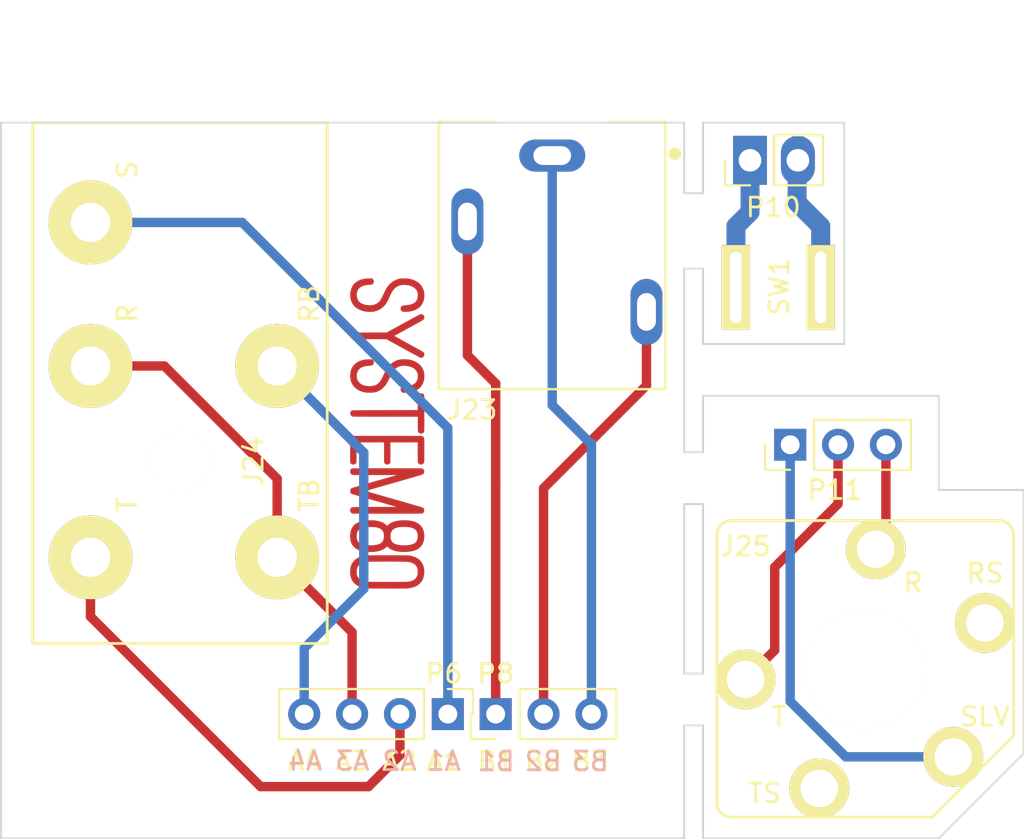
<source format=kicad_pcb>
(kicad_pcb (version 4) (host pcbnew 4.0.2-stable)

  (general
    (links 13)
    (no_connects 0)
    (area 296.949999 57.449999 351.304027 95.550933)
    (thickness 1.6)
    (drawings 41)
    (tracks 51)
    (zones 0)
    (modules 16)
    (nets 13)
  )

  (page A4)
  (layers
    (0 F.Cu signal)
    (31 B.Cu signal)
    (32 B.Adhes user)
    (33 F.Adhes user)
    (34 B.Paste user)
    (35 F.Paste user)
    (36 B.SilkS user)
    (37 F.SilkS user)
    (38 B.Mask user)
    (39 F.Mask user)
    (40 Dwgs.User user)
    (41 Cmts.User user)
    (42 Eco1.User user)
    (43 Eco2.User user)
    (44 Edge.Cuts user)
    (45 Margin user)
    (46 B.CrtYd user)
    (47 F.CrtYd user)
    (48 B.Fab user hide)
    (49 F.Fab user)
  )

  (setup
    (last_trace_width 0.25)
    (user_trace_width 0.25)
    (user_trace_width 0.35)
    (user_trace_width 0.5)
    (user_trace_width 0.8)
    (user_trace_width 1)
    (trace_clearance 0.25)
    (zone_clearance 0.3)
    (zone_45_only no)
    (trace_min 0.2)
    (segment_width 0.1)
    (edge_width 0.1)
    (via_size 0.8)
    (via_drill 0.4)
    (via_min_size 0.4)
    (via_min_drill 0.3)
    (uvia_size 0.3)
    (uvia_drill 0.1)
    (uvias_allowed no)
    (uvia_min_size 0.2)
    (uvia_min_drill 0.1)
    (pcb_text_width 0.3)
    (pcb_text_size 1.5 1.5)
    (mod_edge_width 0.15)
    (mod_text_size 1 1)
    (mod_text_width 0.15)
    (pad_size 1 1)
    (pad_drill 1)
    (pad_to_mask_clearance 0.05)
    (aux_axis_origin 0 0)
    (visible_elements 7FFFF77F)
    (pcbplotparams
      (layerselection 0x010f0_80000001)
      (usegerberextensions true)
      (excludeedgelayer true)
      (linewidth 0.200000)
      (plotframeref false)
      (viasonmask false)
      (mode 1)
      (useauxorigin false)
      (hpglpennumber 1)
      (hpglpenspeed 20)
      (hpglpendiameter 15)
      (hpglpenoverlay 2)
      (psnegative false)
      (psa4output false)
      (plotreference true)
      (plotvalue false)
      (plotinvisibletext false)
      (padsonsilk false)
      (subtractmaskfromsilk true)
      (outputformat 1)
      (mirror false)
      (drillshape 0)
      (scaleselection 1)
      (outputdirectory Gerbers/))
  )

  (net 0 "")
  (net 1 "Net-(J23-Pad3)")
  (net 2 "Net-(J23-Pad2)")
  (net 3 "Net-(J23-Pad1)")
  (net 4 "Net-(J24-Pad3)")
  (net 5 "Net-(J24-Pad2)")
  (net 6 "Net-(J24-Pad1)")
  (net 7 "Net-(J24-Pad4)")
  (net 8 "Net-(P10-Pad1)")
  (net 9 "Net-(P10-Pad2)")
  (net 10 "Net-(J25-Pad1)")
  (net 11 "Net-(J25-Pad2)")
  (net 12 "Net-(J25-Pad3)")

  (net_class Default "This is the default net class."
    (clearance 0.25)
    (trace_width 0.25)
    (via_dia 0.8)
    (via_drill 0.4)
    (uvia_dia 0.3)
    (uvia_drill 0.1)
    (add_net "Net-(J23-Pad1)")
    (add_net "Net-(J23-Pad2)")
    (add_net "Net-(J23-Pad3)")
    (add_net "Net-(J24-Pad1)")
    (add_net "Net-(J24-Pad2)")
    (add_net "Net-(J24-Pad3)")
    (add_net "Net-(J24-Pad4)")
    (add_net "Net-(J25-Pad1)")
    (add_net "Net-(J25-Pad2)")
    (add_net "Net-(J25-Pad3)")
    (add_net "Net-(P10-Pad1)")
    (add_net "Net-(P10-Pad2)")
  )

  (net_class POWER ""
    (clearance 0.25)
    (trace_width 0.35)
    (via_dia 1)
    (via_drill 0.5)
    (uvia_dia 0.3)
    (uvia_drill 0.1)
  )

  (module MyModules:SNAP_HOLE_0.125_INCH (layer F.Cu) (tedit 5CFD7BC0) (tstamp 5CFD8187)
    (at 333.75 88.75)
    (fp_text reference SNAP-HOLE-0.125-INCH (at 0 -5) (layer F.SilkS) hide
      (effects (font (size 1.5 1.5) (thickness 0.15)))
    )
    (fp_text value VAL** (at 0 5) (layer F.SilkS) hide
      (effects (font (size 1.5 1.5) (thickness 0.15)))
    )
    (pad "" np_thru_hole circle (at 0 0) (size 1 1) (drill 1) (layers *.Cu *.Mask)
      (clearance 0.3175))
  )

  (module MyModules:SNAP_HOLE_0.125_INCH (layer F.Cu) (tedit 5CFD7BC0) (tstamp 5CFD8183)
    (at 333.75 87.5)
    (fp_text reference SNAP-HOLE-0.125-INCH (at 0 -5) (layer F.SilkS) hide
      (effects (font (size 1.5 1.5) (thickness 0.15)))
    )
    (fp_text value VAL** (at 0 5) (layer F.SilkS) hide
      (effects (font (size 1.5 1.5) (thickness 0.15)))
    )
    (pad "" np_thru_hole circle (at 0 0) (size 1 1) (drill 1) (layers *.Cu *.Mask)
      (clearance 0.3175))
  )

  (module MyModules:SNAP_HOLE_0.125_INCH (layer F.Cu) (tedit 5CFD7BC0) (tstamp 5CFD817F)
    (at 333.75 77)
    (fp_text reference SNAP-HOLE-0.125-INCH (at 0 -5) (layer F.SilkS) hide
      (effects (font (size 1.5 1.5) (thickness 0.15)))
    )
    (fp_text value VAL** (at 0 5) (layer F.SilkS) hide
      (effects (font (size 1.5 1.5) (thickness 0.15)))
    )
    (pad "" np_thru_hole circle (at 0 0) (size 1 1) (drill 1) (layers *.Cu *.Mask)
      (clearance 0.3175))
  )

  (module MyModules:SNAP_HOLE_0.125_INCH (layer F.Cu) (tedit 5CFD7BC0) (tstamp 5CFD817B)
    (at 333.75 64.5)
    (fp_text reference SNAP-HOLE-0.125-INCH (at 0 -5) (layer F.SilkS) hide
      (effects (font (size 1.5 1.5) (thickness 0.15)))
    )
    (fp_text value VAL** (at 0 5) (layer F.SilkS) hide
      (effects (font (size 1.5 1.5) (thickness 0.15)))
    )
    (pad "" np_thru_hole circle (at 0 0) (size 1 1) (drill 1) (layers *.Cu *.Mask)
      (clearance 0.3175))
  )

  (module MyModules:SNAP_HOLE_0.125_INCH (layer F.Cu) (tedit 5CFD7BC0) (tstamp 5CFD8177)
    (at 333.75 63.25)
    (fp_text reference SNAP-HOLE-0.125-INCH (at 0 -5) (layer F.SilkS) hide
      (effects (font (size 1.5 1.5) (thickness 0.15)))
    )
    (fp_text value VAL** (at 0 5) (layer F.SilkS) hide
      (effects (font (size 1.5 1.5) (thickness 0.15)))
    )
    (pad "" np_thru_hole circle (at 0 0) (size 1 1) (drill 1) (layers *.Cu *.Mask)
      (clearance 0.3175))
  )

  (module MyModules:SNAP_HOLE_0.125_INCH (layer F.Cu) (tedit 5CFD7BC0) (tstamp 5CFD8173)
    (at 333.75 62)
    (fp_text reference SNAP-HOLE-0.125-INCH (at 0 -5) (layer F.SilkS) hide
      (effects (font (size 1.5 1.5) (thickness 0.15)))
    )
    (fp_text value VAL** (at 0 5) (layer F.SilkS) hide
      (effects (font (size 1.5 1.5) (thickness 0.15)))
    )
    (pad "" np_thru_hole circle (at 0 0) (size 1 1) (drill 1) (layers *.Cu *.Mask)
      (clearance 0.3175))
  )

  (module MyModules:SNAP_HOLE_0.125_INCH (layer F.Cu) (tedit 5CFD7BC0) (tstamp 5CFD814B)
    (at 333.75 75.75)
    (fp_text reference SNAP-HOLE-0.125-INCH (at 0 -5) (layer F.SilkS) hide
      (effects (font (size 1.5 1.5) (thickness 0.15)))
    )
    (fp_text value VAL** (at 0 5) (layer F.SilkS) hide
      (effects (font (size 1.5 1.5) (thickness 0.15)))
    )
    (pad "" np_thru_hole circle (at 0 0) (size 1 1) (drill 1) (layers *.Cu *.Mask)
      (clearance 0.3175))
  )

  (module MyModules:PR_PPR_ROCKER_SW (layer F.Cu) (tedit 5CFC7073) (tstamp 5CF57C11)
    (at 335.994026 66.250932 180)
    (path /5CF577D2)
    (fp_text reference SW1 (at -2.295974 0.050932 270) (layer F.SilkS)
      (effects (font (size 1 1) (thickness 0.15)))
    )
    (fp_text value SPST (at 0.15 -3.35 180) (layer F.Fab) hide
      (effects (font (size 1 1) (thickness 0.15)))
    )
    (pad 2 thru_hole rect (at 0 0 180) (size 1.5 4.5) (drill oval 0.6 3.8) (layers *.Cu *.Mask F.SilkS)
      (net 8 "Net-(P10-Pad1)"))
    (pad 1 thru_hole rect (at -4.5 0 180) (size 1.5 4.5) (drill oval 0.6 3.8) (layers *.Cu *.Mask F.SilkS)
      (net 9 "Net-(P10-Pad2)"))
  )

  (module LOGO (layer F.Cu) (tedit 0) (tstamp 5C633D47)
    (at 317.5 74 270)
    (fp_text reference G*** (at 0 0 270) (layer F.Cu) hide
      (effects (font (thickness 0.3)))
    )
    (fp_text value LOGO (at 0.75 0 270) (layer F.Cu) hide
      (effects (font (thickness 0.3)))
    )
    (fp_poly (pts (xy -7.272561 -1.956536) (xy -7.204353 -1.952585) (xy -7.143849 -1.946238) (xy -7.096131 -1.937601)
      (xy -7.095027 -1.937327) (xy -6.980802 -1.900688) (xy -6.878425 -1.850784) (xy -6.786738 -1.786998)
      (xy -6.747379 -1.752398) (xy -6.67384 -1.673578) (xy -6.611991 -1.586276) (xy -6.561065 -1.488842)
      (xy -6.520291 -1.379626) (xy -6.488902 -1.25698) (xy -6.471937 -1.161143) (xy -6.464187 -1.098972)
      (xy -6.458891 -1.034878) (xy -6.456068 -0.972177) (xy -6.455737 -0.914183) (xy -6.457918 -0.864212)
      (xy -6.46263 -0.825578) (xy -6.46987 -0.801634) (xy -6.502796 -0.758755) (xy -6.545551 -0.728652)
      (xy -6.594519 -0.712248) (xy -6.646081 -0.710463) (xy -6.696618 -0.724221) (xy -6.720995 -0.737627)
      (xy -6.744368 -0.755696) (xy -6.762481 -0.776902) (xy -6.776231 -0.80396) (xy -6.786516 -0.839585)
      (xy -6.794235 -0.886493) (xy -6.800283 -0.947397) (xy -6.803098 -0.985963) (xy -6.814547 -1.10402)
      (xy -6.83227 -1.206451) (xy -6.856772 -1.294832) (xy -6.888559 -1.370741) (xy -6.928138 -1.435752)
      (xy -6.959931 -1.474727) (xy -6.999355 -1.51445) (xy -7.037678 -1.544316) (xy -7.080923 -1.568177)
      (xy -7.13511 -1.589885) (xy -7.14585 -1.59364) (xy -7.179368 -1.604361) (xy -7.209396 -1.611473)
      (xy -7.241423 -1.61572) (xy -7.28094 -1.617848) (xy -7.329714 -1.618579) (xy -7.406102 -1.616296)
      (xy -7.47003 -1.607545) (xy -7.526448 -1.590972) (xy -7.580305 -1.565223) (xy -7.623239 -1.538224)
      (xy -7.689987 -1.481989) (xy -7.74836 -1.411118) (xy -7.797675 -1.327403) (xy -7.83725 -1.23264)
      (xy -7.866403 -1.128622) (xy -7.88445 -1.017144) (xy -7.89071 -0.899999) (xy -7.889167 -0.839107)
      (xy -7.876784 -0.728645) (xy -7.851214 -0.629547) (xy -7.811714 -0.539973) (xy -7.757544 -0.458086)
      (xy -7.716046 -0.410139) (xy -7.666571 -0.360709) (xy -7.616958 -0.317414) (xy -7.564127 -0.278263)
      (xy -7.504996 -0.241266) (xy -7.436483 -0.204432) (xy -7.355507 -0.16577) (xy -7.298496 -0.140359)
      (xy -7.177006 -0.085524) (xy -7.071249 -0.033728) (xy -6.979337 0.016316) (xy -6.899381 0.065889)
      (xy -6.829494 0.116278) (xy -6.767788 0.168764) (xy -6.712374 0.224632) (xy -6.661366 0.285167)
      (xy -6.648938 0.30137) (xy -6.582051 0.401459) (xy -6.530063 0.505301) (xy -6.492288 0.615125)
      (xy -6.468041 0.733157) (xy -6.456636 0.861626) (xy -6.455531 0.929821) (xy -6.463137 1.078151)
      (xy -6.48404 1.217698) (xy -6.517727 1.347703) (xy -6.563686 1.467405) (xy -6.621404 1.576042)
      (xy -6.690367 1.672853) (xy -6.770061 1.757077) (xy -6.859975 1.827953) (xy -6.959594 1.88472)
      (xy -7.068406 1.926616) (xy -7.13978 1.944691) (xy -7.204246 1.954748) (xy -7.279022 1.961273)
      (xy -7.356561 1.963934) (xy -7.429316 1.962403) (xy -7.46937 1.959128) (xy -7.584677 1.938986)
      (xy -7.694092 1.906011) (xy -7.794628 1.861374) (xy -7.883297 1.806247) (xy -7.90779 1.787306)
      (xy -7.984185 1.71366) (xy -8.051182 1.62568) (xy -8.108224 1.524878) (xy -8.154754 1.412763)
      (xy -8.190217 1.290844) (xy -8.214056 1.160632) (xy -8.225715 1.023635) (xy -8.226291 0.922962)
      (xy -8.224603 0.873567) (xy -8.222239 0.838654) (xy -8.218629 0.814561) (xy -8.213207 0.797625)
      (xy -8.205402 0.784186) (xy -8.204576 0.78304) (xy -8.169535 0.749518) (xy -8.124637 0.727809)
      (xy -8.074365 0.718611) (xy -8.023201 0.72262) (xy -7.975627 0.740533) (xy -7.966633 0.746046)
      (xy -7.930195 0.778907) (xy -7.906288 0.821835) (xy -7.894118 0.876652) (xy -7.892117 0.916811)
      (xy -7.886994 1.031045) (xy -7.87216 1.139661) (xy -7.848285 1.240497) (xy -7.816041 1.331392)
      (xy -7.776099 1.410185) (xy -7.72913 1.474715) (xy -7.713924 1.490815) (xy -7.649439 1.544441)
      (xy -7.577848 1.583716) (xy -7.497548 1.609165) (xy -7.406939 1.621315) (xy -7.316641 1.621386)
      (xy -7.216312 1.608847) (xy -7.126828 1.581914) (xy -7.048145 1.540537) (xy -6.98022 1.484662)
      (xy -6.923007 1.414239) (xy -6.876463 1.329216) (xy -6.840543 1.229541) (xy -6.815202 1.115162)
      (xy -6.803304 1.021763) (xy -6.799131 0.897768) (xy -6.810428 0.782687) (xy -6.837084 0.676785)
      (xy -6.878989 0.580326) (xy -6.936033 0.493575) (xy -7.008103 0.416799) (xy -7.079491 0.360676)
      (xy -7.107082 0.343653) (xy -7.148273 0.320746) (xy -7.200086 0.293442) (xy -7.259543 0.263228)
      (xy -7.323665 0.231589) (xy -7.389474 0.200013) (xy -7.453992 0.169986) (xy -7.514241 0.142994)
      (xy -7.525166 0.138242) (xy -7.657155 0.072644) (xy -7.777834 -0.004669) (xy -7.886262 -0.092672)
      (xy -7.9815 -0.190341) (xy -8.062608 -0.296654) (xy -8.128646 -0.410585) (xy -8.178674 -0.531112)
      (xy -8.197561 -0.594179) (xy -8.210707 -0.659234) (xy -8.220223 -0.737294) (xy -8.225947 -0.823554)
      (xy -8.227722 -0.91321) (xy -8.225388 -1.00146) (xy -8.218785 -1.083498) (xy -8.214807 -1.114229)
      (xy -8.186691 -1.256605) (xy -8.146023 -1.387604) (xy -8.093255 -1.506681) (xy -8.028843 -1.613293)
      (xy -7.95324 -1.706893) (xy -7.866901 -1.786938) (xy -7.77028 -1.852882) (xy -7.663832 -1.904181)
      (xy -7.548011 -1.940291) (xy -7.520789 -1.94625) (xy -7.472588 -1.952948) (xy -7.411761 -1.956824)
      (xy -7.343391 -1.957985) (xy -7.272561 -1.956536)) (layer F.Cu) (width 0.01))
    (fp_poly (pts (xy -4.136502 -1.9515) (xy -4.091896 -1.929718) (xy -4.056491 -1.896749) (xy -4.032229 -1.855457)
      (xy -4.02105 -1.808707) (xy -4.024892 -1.759363) (xy -4.034298 -1.731736) (xy -4.040975 -1.718523)
      (xy -4.055789 -1.690482) (xy -4.078156 -1.648692) (xy -4.107488 -1.594232) (xy -4.1432 -1.528182)
      (xy -4.184707 -1.451621) (xy -4.231421 -1.36563) (xy -4.282758 -1.271286) (xy -4.338131 -1.16967)
      (xy -4.396955 -1.061862) (xy -4.458642 -0.948939) (xy -4.522609 -0.831983) (xy -4.529717 -0.818996)
      (xy -5.007428 0.05383) (xy -5.007428 1.844442) (xy -5.029217 1.881622) (xy -5.062092 1.920695)
      (xy -5.105915 1.947906) (xy -5.156664 1.961637) (xy -5.210316 1.960272) (xy -5.220024 1.958286)
      (xy -5.265111 1.939977) (xy -5.305092 1.909598) (xy -5.331741 1.875049) (xy -5.33435 1.869344)
      (xy -5.336672 1.861609) (xy -5.33873 1.850769) (xy -5.340548 1.835749) (xy -5.342149 1.815476)
      (xy -5.343556 1.788875) (xy -5.344794 1.754872) (xy -5.345885 1.712392) (xy -5.346853 1.660361)
      (xy -5.347721 1.597705) (xy -5.348512 1.523349) (xy -5.349251 1.436219) (xy -5.34996 1.335241)
      (xy -5.350663 1.21934) (xy -5.351384 1.087443) (xy -5.352143 0.938893) (xy -5.356678 0.03175)
      (xy -5.839912 -0.850491) (xy -5.921349 -0.999324) (xy -5.994274 -1.132933) (xy -6.059014 -1.251937)
      (xy -6.115898 -1.356955) (xy -6.165253 -1.448607) (xy -6.207409 -1.527511) (xy -6.242693 -1.594287)
      (xy -6.271433 -1.649554) (xy -6.293958 -1.69393) (xy -6.310595 -1.728035) (xy -6.321673 -1.752489)
      (xy -6.327521 -1.767909) (xy -6.328579 -1.772375) (xy -6.327527 -1.826533) (xy -6.310067 -1.875398)
      (xy -6.277698 -1.916083) (xy -6.240647 -1.941539) (xy -6.193193 -1.956643) (xy -6.142144 -1.95774)
      (xy -6.092411 -1.945881) (xy -6.048901 -1.922115) (xy -6.021437 -1.894648) (xy -6.013877 -1.882375)
      (xy -5.99829 -1.855332) (xy -5.975321 -1.814682) (xy -5.945616 -1.761592) (xy -5.909819 -1.697226)
      (xy -5.868575 -1.622751) (xy -5.82253 -1.53933) (xy -5.772328 -1.448129) (xy -5.718615 -1.350314)
      (xy -5.662036 -1.247049) (xy -5.603235 -1.1395) (xy -5.592762 -1.120321) (xy -5.534028 -1.012788)
      (xy -5.477711 -0.909772) (xy -5.424423 -0.812388) (xy -5.374778 -0.721755) (xy -5.329389 -0.638989)
      (xy -5.288871 -0.565208) (xy -5.253837 -0.501528) (xy -5.2249 -0.449066) (xy -5.202674 -0.40894)
      (xy -5.187773 -0.382267) (xy -5.180809 -0.370163) (xy -5.180406 -0.369569) (xy -5.175241 -0.376342)
      (xy -5.161974 -0.397949) (xy -5.141212 -0.43331) (xy -5.113566 -0.481344) (xy -5.079643 -0.540972)
      (xy -5.040052 -0.611113) (xy -4.995404 -0.690688) (xy -4.946307 -0.778615) (xy -4.893369 -0.873816)
      (xy -4.8372 -0.975209) (xy -4.778409 -1.081714) (xy -4.758447 -1.117962) (xy -4.698535 -1.226739)
      (xy -4.64083 -1.331365) (xy -4.585966 -1.430695) (xy -4.53458 -1.523587) (xy -4.487305 -1.608898)
      (xy -4.444777 -1.685486) (xy -4.40763 -1.752206) (xy -4.3765 -1.807917) (xy -4.35202 -1.851475)
      (xy -4.334827 -1.881738) (xy -4.325554 -1.897562) (xy -4.324461 -1.899253) (xy -4.295475 -1.926704)
      (xy -4.254662 -1.947163) (xy -4.207783 -1.958093) (xy -4.188371 -1.959229) (xy -4.136502 -1.9515)) (layer F.Cu) (width 0.01))
    (fp_poly (pts (xy -3.004931 -1.957812) (xy -2.924107 -1.953298) (xy -2.849263 -1.94489) (xy -2.786238 -1.932771)
      (xy -2.784928 -1.932439) (xy -2.671465 -1.894775) (xy -2.568889 -1.842725) (xy -2.477366 -1.776538)
      (xy -2.397061 -1.696465) (xy -2.32814 -1.602753) (xy -2.270769 -1.495654) (xy -2.225111 -1.375416)
      (xy -2.191334 -1.242288) (xy -2.169602 -1.096521) (xy -2.161901 -0.992726) (xy -2.160262 -0.944865)
      (xy -2.159829 -0.900558) (xy -2.160578 -0.864547) (xy -2.162485 -0.841574) (xy -2.16266 -0.840586)
      (xy -2.178628 -0.800473) (xy -2.208367 -0.763729) (xy -2.247503 -0.733792) (xy -2.291664 -0.714097)
      (xy -2.331357 -0.70797) (xy -2.379383 -0.716395) (xy -2.424698 -0.739392) (xy -2.462678 -0.773542)
      (xy -2.4887 -0.815426) (xy -2.493052 -0.827537) (xy -2.49697 -0.84801) (xy -2.500998 -0.88194)
      (xy -2.504668 -0.92465) (xy -2.507512 -0.971465) (xy -2.507564 -0.97257) (xy -2.518806 -1.102499)
      (xy -2.539592 -1.217175) (xy -2.570108 -1.316889) (xy -2.610543 -1.401933) (xy -2.661083 -1.472597)
      (xy -2.721914 -1.529173) (xy -2.793224 -1.571952) (xy -2.8752 -1.601224) (xy -2.917197 -1.610352)
      (xy -3.020283 -1.622293) (xy -3.11392 -1.619287) (xy -3.199459 -1.600957) (xy -3.278256 -1.566933)
      (xy -3.351663 -1.516839) (xy -3.393729 -1.478869) (xy -3.430701 -1.440397) (xy -3.458364 -1.405897)
      (xy -3.481789 -1.368276) (xy -3.504138 -1.324428) (xy -3.546893 -1.21651) (xy -3.576687 -1.10009)
      (xy -3.593111 -0.979259) (xy -3.595755 -0.858106) (xy -3.58421 -0.740719) (xy -3.569575 -0.67096)
      (xy -3.535865 -0.576529) (xy -3.485034 -0.487336) (xy -3.417503 -0.403994) (xy -3.333694 -0.327115)
      (xy -3.331413 -0.325296) (xy -3.29199 -0.295135) (xy -3.252716 -0.267894) (xy -3.210701 -0.241977)
      (xy -3.163058 -0.215788) (xy -3.106897 -0.187733) (xy -3.039331 -0.156217) (xy -2.96517 -0.12304)
      (xy -2.861932 -0.076276) (xy -2.773525 -0.033361) (xy -2.697463 0.007265) (xy -2.63126 0.047167)
      (xy -2.572429 0.087905) (xy -2.518485 0.131042) (xy -2.466942 0.178141) (xy -2.434969 0.210152)
      (xy -2.35857 0.296593) (xy -2.297393 0.383602) (xy -2.248879 0.475349) (xy -2.21047 0.576005)
      (xy -2.21046 0.576036) (xy -2.194629 0.627336) (xy -2.182774 0.671948) (xy -2.174354 0.71407)
      (xy -2.168826 0.757899) (xy -2.165646 0.807633) (xy -2.164273 0.86747) (xy -2.164136 0.934357)
      (xy -2.164721 1.002274) (xy -2.166166 1.056176) (xy -2.168787 1.100182) (xy -2.172898 1.138411)
      (xy -2.178813 1.174982) (xy -2.184771 1.204489) (xy -2.221823 1.342991) (xy -2.270535 1.468616)
      (xy -2.330593 1.580996) (xy -2.401683 1.679765) (xy -2.483489 1.764555) (xy -2.575698 1.834998)
      (xy -2.677994 1.890726) (xy -2.790062 1.931372) (xy -2.812143 1.937286) (xy -2.931214 1.958803)
      (xy -3.058827 1.965384) (xy -3.178305 1.958559) (xy -3.299763 1.938478) (xy -3.409888 1.904748)
      (xy -3.509955 1.856766) (xy -3.601241 1.793928) (xy -3.679639 1.721349) (xy -3.753855 1.630044)
      (xy -3.815209 1.526021) (xy -3.863663 1.4094) (xy -3.899177 1.280299) (xy -3.921711 1.138836)
      (xy -3.931227 0.985129) (xy -3.931525 0.961571) (xy -3.931718 0.907536) (xy -3.931205 0.868287)
      (xy -3.929604 0.840471) (xy -3.926535 0.820736) (xy -3.921615 0.805728) (xy -3.914462 0.792094)
      (xy -3.911711 0.78759) (xy -3.880197 0.752989) (xy -3.838274 0.729509) (xy -3.790374 0.717842)
      (xy -3.740931 0.718674) (xy -3.694377 0.732695) (xy -3.667264 0.749607) (xy -3.64241 0.772062)
      (xy -3.624516 0.795924) (xy -3.612211 0.824943) (xy -3.604126 0.862871) (xy -3.598889 0.91346)
      (xy -3.597074 0.941748) (xy -3.586986 1.063018) (xy -3.571012 1.168684) (xy -3.548574 1.260494)
      (xy -3.519092 1.340193) (xy -3.48199 1.409527) (xy -3.436689 1.470242) (xy -3.413952 1.494734)
      (xy -3.35254 1.546313) (xy -3.283066 1.584256) (xy -3.203846 1.609173) (xy -3.113195 1.62167)
      (xy -3.057071 1.623471) (xy -2.954173 1.61588) (xy -2.861316 1.59319) (xy -2.778673 1.555527)
      (xy -2.706419 1.503017) (xy -2.644725 1.435784) (xy -2.593766 1.353955) (xy -2.554055 1.258675)
      (xy -2.533415 1.183626) (xy -2.517419 1.098126) (xy -2.50719 1.009524) (xy -2.503836 0.929821)
      (xy -2.510714 0.813288) (xy -2.53154 0.707803) (xy -2.566668 0.612402) (xy -2.616455 0.526115)
      (xy -2.680607 0.448643) (xy -2.715729 0.414993) (xy -2.754164 0.383673) (xy -2.798492 0.353073)
      (xy -2.851291 0.32158) (xy -2.91514 0.287584) (xy -2.992617 0.249474) (xy -3.020785 0.236111)
      (xy -3.079177 0.208587) (xy -3.140317 0.179741) (xy -3.199075 0.151993) (xy -3.250321 0.127765)
      (xy -3.280249 0.113595) (xy -3.378478 0.062702) (xy -3.465 0.007746) (xy -3.546245 -0.055727)
      (xy -3.613256 -0.117077) (xy -3.705109 -0.214506) (xy -3.779935 -0.313009) (xy -3.838802 -0.414964)
      (xy -3.88278 -0.522748) (xy -3.912937 -0.638737) (xy -3.930343 -0.765309) (xy -3.934525 -0.831556)
      (xy -3.933942 -0.980603) (xy -3.919851 -1.122592) (xy -3.892828 -1.25662) (xy -3.853449 -1.381782)
      (xy -3.80229 -1.497174) (xy -3.739926 -1.601892) (xy -3.666933 -1.695033) (xy -3.583887 -1.775691)
      (xy -3.491362 -1.842964) (xy -3.389935 -1.895946) (xy -3.280181 -1.933733) (xy -3.224893 -1.946174)
      (xy -3.161163 -1.954433) (xy -3.085896 -1.958252) (xy -3.004931 -1.957812)) (layer F.Cu) (width 0.01))
    (fp_poly (pts (xy -0.645267 -1.959477) (xy -0.538629 -1.959352) (xy -0.445945 -1.959041) (xy -0.366169 -1.958479)
      (xy -0.298253 -1.957599) (xy -0.241151 -1.956333) (xy -0.193815 -1.954615) (xy -0.155199 -1.952378)
      (xy -0.124255 -1.949556) (xy -0.099936 -1.946081) (xy -0.081197 -1.941887) (xy -0.066988 -1.936906)
      (xy -0.056264 -1.931073) (xy -0.047977 -1.92432) (xy -0.041081 -1.91658) (xy -0.034528 -1.907787)
      (xy -0.027271 -1.897874) (xy -0.023732 -1.893323) (xy -0.006963 -1.868722) (xy 0.002271 -1.843256)
      (xy 0.006692 -1.808915) (xy 0.007102 -1.802609) (xy 0.003486 -1.7447) (xy -0.014869 -1.697217)
      (xy -0.047867 -1.66035) (xy -0.072209 -1.644675) (xy -0.082045 -1.63962) (xy -0.091821 -1.635455)
      (xy -0.1033 -1.632092) (xy -0.118247 -1.629447) (xy -0.138423 -1.627433) (xy -0.165593 -1.625965)
      (xy -0.201519 -1.624955) (xy -0.247965 -1.624318) (xy -0.306695 -1.623968) (xy -0.379471 -1.62382)
      (xy -0.468056 -1.623786) (xy -0.889 -1.623786) (xy -0.889 0.104772) (xy -0.888987 0.314653)
      (xy -0.888962 0.50716) (xy -0.888945 0.683062) (xy -0.888957 0.843126) (xy -0.889019 0.988123)
      (xy -0.889152 1.11882) (xy -0.889376 1.235986) (xy -0.889712 1.340389) (xy -0.890181 1.432799)
      (xy -0.890803 1.513985) (xy -0.891599 1.584713) (xy -0.89259 1.645755) (xy -0.893796 1.697877)
      (xy -0.895238 1.741849) (xy -0.896938 1.778439) (xy -0.898914 1.808416) (xy -0.90119 1.832549)
      (xy -0.903784 1.851606) (xy -0.906717 1.866356) (xy -0.910011 1.877567) (xy -0.913687 1.886009)
      (xy -0.917763 1.89245) (xy -0.922263 1.897658) (xy -0.927205 1.902402) (xy -0.932612 1.907451)
      (xy -0.937686 1.912666) (xy -0.975232 1.941474) (xy -1.022756 1.959381) (xy -1.07474 1.964919)
      (xy -1.114671 1.959747) (xy -1.161496 1.939114) (xy -1.199345 1.903327) (xy -1.211036 1.885909)
      (xy -1.213212 1.88199) (xy -1.215209 1.877425) (xy -1.217034 1.871444) (xy -1.218697 1.863278)
      (xy -1.220207 1.852157) (xy -1.221573 1.83731) (xy -1.222802 1.817969) (xy -1.223906 1.793362)
      (xy -1.224891 1.76272) (xy -1.225768 1.725273) (xy -1.226545 1.680251) (xy -1.227232 1.626885)
      (xy -1.227836 1.564404) (xy -1.228367 1.492038) (xy -1.228834 1.409017) (xy -1.229245 1.314572)
      (xy -1.229611 1.207933) (xy -1.229938 1.088329) (xy -1.230238 0.954991) (xy -1.230518 0.807148)
      (xy -1.230787 0.644032) (xy -1.231054 0.464871) (xy -1.231329 0.268896) (xy -1.231538 0.115661)
      (xy -1.233897 -1.623786) (xy -1.616477 -1.623786) (xy -1.709954 -1.623814) (xy -1.787075 -1.623951)
      (xy -1.849626 -1.624281) (xy -1.899394 -1.624883) (xy -1.938167 -1.625839) (xy -1.967729 -1.627231)
      (xy -1.989869 -1.62914) (xy -2.006373 -1.631648) (xy -2.019027 -1.634835) (xy -2.029619 -1.638784)
      (xy -2.038806 -1.643027) (xy -2.080974 -1.672638) (xy -2.110564 -1.712451) (xy -2.126921 -1.758999)
      (xy -2.129394 -1.808813) (xy -2.117331 -1.858424) (xy -2.09008 -1.904365) (xy -2.08834 -1.906464)
      (xy -2.081572 -1.914793) (xy -2.075392 -1.922202) (xy -2.068755 -1.928744) (xy -2.060618 -1.934473)
      (xy -2.049935 -1.939443) (xy -2.035663 -1.943708) (xy -2.016755 -1.947321) (xy -1.992169 -1.950336)
      (xy -1.960858 -1.952807) (xy -1.92178 -1.954787) (xy -1.873888 -1.956331) (xy -1.816139 -1.957492)
      (xy -1.747488 -1.958324) (xy -1.66689 -1.958881) (xy -1.5733 -1.959216) (xy -1.465675 -1.959383)
      (xy -1.342969 -1.959435) (xy -1.204138 -1.959428) (xy -1.05938 -1.959414) (xy -0.904596 -1.959441)
      (xy -0.766907 -1.959484) (xy -0.645267 -1.959477)) (layer F.Cu) (width 0.01))
    (fp_poly (pts (xy 0.715492 -1.958296) (xy 0.839183 -1.957948) (xy 0.911679 -1.957651) (xy 1.032566 -1.957096)
      (xy 1.136646 -1.956561) (xy 1.225252 -1.956004) (xy 1.299721 -1.955381) (xy 1.361385 -1.95465)
      (xy 1.411581 -1.953768) (xy 1.451644 -1.95269) (xy 1.482907 -1.951375) (xy 1.506706 -1.949779)
      (xy 1.524375 -1.947859) (xy 1.53725 -1.945572) (xy 1.546665 -1.942875) (xy 1.553955 -1.939725)
      (xy 1.559324 -1.93675) (xy 1.603456 -1.901509) (xy 1.633639 -1.85769) (xy 1.648917 -1.808366)
      (xy 1.648333 -1.756608) (xy 1.631178 -1.70596) (xy 1.602495 -1.664055) (xy 1.566359 -1.636911)
      (xy 1.527834 -1.6234) (xy 1.512268 -1.621859) (xy 1.480332 -1.620404) (xy 1.4338 -1.619062)
      (xy 1.374445 -1.617861) (xy 1.304041 -1.616829) (xy 1.22436 -1.615993) (xy 1.137176 -1.61538)
      (xy 1.044263 -1.615018) (xy 0.981982 -1.614931) (xy 0.471715 -1.614714) (xy 0.471715 -0.163286)
      (xy 1.000125 -0.163086) (xy 1.111783 -0.163016) (xy 1.206766 -0.162867) (xy 1.286546 -0.162595)
      (xy 1.352591 -0.162156) (xy 1.40637 -0.161504) (xy 1.449352 -0.160596) (xy 1.483008 -0.159388)
      (xy 1.508806 -0.157835) (xy 1.528216 -0.155892) (xy 1.542707 -0.153516) (xy 1.553747 -0.150661)
      (xy 1.562808 -0.147285) (xy 1.565688 -0.146015) (xy 1.603969 -0.119558) (xy 1.630798 -0.082524)
      (xy 1.646025 -0.038529) (xy 1.649501 0.008813) (xy 1.641075 0.055885) (xy 1.620598 0.099073)
      (xy 1.58792 0.134761) (xy 1.577632 0.142216) (xy 1.538947 0.167822) (xy 1.005331 0.1703)
      (xy 0.471715 0.172779) (xy 0.471715 1.632436) (xy 1.005331 1.634914) (xy 1.538947 1.637393)
      (xy 1.577632 1.662999) (xy 1.614119 1.696732) (xy 1.637905 1.738755) (xy 1.649133 1.785465)
      (xy 1.647949 1.833255) (xy 1.634496 1.87852) (xy 1.60892 1.917655) (xy 1.571364 1.947056)
      (xy 1.566151 1.949714) (xy 1.558304 1.953332) (xy 1.549908 1.956454) (xy 1.539637 1.959114)
      (xy 1.526167 1.961349) (xy 1.508172 1.963196) (xy 1.484326 1.964691) (xy 1.453304 1.965871)
      (xy 1.413781 1.966772) (xy 1.36443 1.96743) (xy 1.303927 1.967882) (xy 1.230947 1.968164)
      (xy 1.144162 1.968314) (xy 1.04225 1.968366) (xy 0.923882 1.968359) (xy 0.888404 1.968351)
      (xy 0.249465 1.968202) (xy 0.213364 1.947755) (xy 0.184115 1.925053) (xy 0.159627 1.895853)
      (xy 0.156816 1.891208) (xy 0.13637 1.855107) (xy 0.136221 0.010978) (xy 0.136206 -0.204149)
      (xy 0.136202 -0.401883) (xy 0.136216 -0.582971) (xy 0.136255 -0.748162) (xy 0.136327 -0.898206)
      (xy 0.136438 -1.03385) (xy 0.136595 -1.155844) (xy 0.136806 -1.264937) (xy 0.137077 -1.361877)
      (xy 0.137416 -1.447412) (xy 0.13783 -1.522292) (xy 0.138326 -1.587266) (xy 0.13891 -1.643082)
      (xy 0.139591 -1.690489) (xy 0.140375 -1.730235) (xy 0.141269 -1.76307) (xy 0.14228 -1.789742)
      (xy 0.143416 -1.811) (xy 0.144683 -1.827592) (xy 0.146089 -1.840269) (xy 0.147641 -1.849777)
      (xy 0.149345 -1.856866) (xy 0.151209 -1.862285) (xy 0.15324 -1.866782) (xy 0.154009 -1.868312)
      (xy 0.183481 -1.908792) (xy 0.225289 -1.937355) (xy 0.258536 -1.949824) (xy 0.271966 -1.952074)
      (xy 0.296146 -1.953963) (xy 0.331942 -1.955502) (xy 0.38022 -1.9567) (xy 0.441847 -1.957568)
      (xy 0.517691 -1.958117) (xy 0.608617 -1.958356) (xy 0.715492 -1.958296)) (layer F.Cu) (width 0.01))
    (fp_poly (pts (xy 2.082586 -1.948368) (xy 2.124647 -1.927557) (xy 2.160019 -1.894067) (xy 2.183168 -1.853932)
      (xy 2.1876 -1.840545) (xy 2.196733 -1.810639) (xy 2.210297 -1.765142) (xy 2.228025 -1.704986)
      (xy 2.249646 -1.631099) (xy 2.274893 -1.544411) (xy 2.303495 -1.445851) (xy 2.335184 -1.336349)
      (xy 2.369691 -1.216835) (xy 2.406747 -1.088238) (xy 2.446084 -0.951488) (xy 2.487431 -0.807514)
      (xy 2.53052 -0.657246) (xy 2.575083 -0.501614) (xy 2.62085 -0.341546) (xy 2.626987 -0.320065)
      (xy 2.685647 -0.114946) (xy 2.740318 0.075759) (xy 2.790929 0.251808) (xy 2.837409 0.412958)
      (xy 2.879686 0.558963) (xy 2.917689 0.689581) (xy 2.951346 0.804567) (xy 2.980585 0.903679)
      (xy 3.005336 0.986672) (xy 3.025526 1.053303) (xy 3.041085 1.103328) (xy 3.05194 1.136503)
      (xy 3.058021 1.152585) (xy 3.05931 1.154043) (xy 3.062509 1.143777) (xy 3.070455 1.116981)
      (xy 3.082885 1.074562) (xy 3.099537 1.017429) (xy 3.120148 0.946488) (xy 3.144456 0.862647)
      (xy 3.172199 0.766814) (xy 3.203114 0.659896) (xy 3.23694 0.5428) (xy 3.273412 0.416435)
      (xy 3.31227 0.281708) (xy 3.35325 0.139526) (xy 3.39609 -0.009204) (xy 3.440528 -0.163572)
      (xy 3.486302 -0.322673) (xy 3.492641 -0.344714) (xy 3.538698 -0.50475) (xy 3.583548 -0.660385)
      (xy 3.626921 -0.810695) (xy 3.668551 -0.954755) (xy 3.708166 -1.091643) (xy 3.7455 -1.220433)
      (xy 3.780281 -1.340204) (xy 3.812243 -1.450029) (xy 3.841116 -1.548987) (xy 3.86663 -1.636152)
      (xy 3.888518 -1.710601) (xy 3.906509 -1.77141) (xy 3.920336 -1.817655) (xy 3.92973 -1.848413)
      (xy 3.934421 -1.86276) (xy 3.934643 -1.863308) (xy 3.961509 -1.904626) (xy 3.99858 -1.933828)
      (xy 4.042538 -1.950892) (xy 4.090063 -1.955796) (xy 4.137838 -1.948519) (xy 4.182543 -1.929037)
      (xy 4.220859 -1.897329) (xy 4.243487 -1.865366) (xy 4.245309 -1.861238) (xy 4.246984 -1.855293)
      (xy 4.248518 -1.846788) (xy 4.249916 -1.834981) (xy 4.251185 -1.819129) (xy 4.252332 -1.798489)
      (xy 4.253362 -1.772318) (xy 4.254281 -1.739873) (xy 4.255097 -1.700412) (xy 4.255814 -1.653192)
      (xy 4.256439 -1.597469) (xy 4.256979 -1.532502) (xy 4.257439 -1.457547) (xy 4.257827 -1.371861)
      (xy 4.258147 -1.274702) (xy 4.258406 -1.165327) (xy 4.25861 -1.042994) (xy 4.258766 -0.906958)
      (xy 4.25888 -0.756478) (xy 4.258958 -0.590811) (xy 4.259005 -0.409213) (xy 4.259029 -0.210943)
      (xy 4.259036 0) (xy 4.259034 0.214674) (xy 4.259023 0.411956) (xy 4.258995 0.592597)
      (xy 4.258944 0.757345) (xy 4.258862 0.906953) (xy 4.258742 1.042171) (xy 4.258577 1.163749)
      (xy 4.258358 1.272438) (xy 4.25808 1.368987) (xy 4.257735 1.454149) (xy 4.257315 1.528672)
      (xy 4.256813 1.593309) (xy 4.256223 1.648808) (xy 4.255536 1.695922) (xy 4.254745 1.735399)
      (xy 4.253844 1.767991) (xy 4.252824 1.794449) (xy 4.251679 1.815522) (xy 4.250401 1.831962)
      (xy 4.248984 1.844518) (xy 4.247419 1.853942) (xy 4.2457 1.860983) (xy 4.243819 1.866393)
      (xy 4.241769 1.870921) (xy 4.240893 1.872667) (xy 4.209327 1.917147) (xy 4.167735 1.948762)
      (xy 4.119333 1.965204) (xy 4.110224 1.966367) (xy 4.04876 1.965927) (xy 3.998353 1.951414)
      (xy 3.958139 1.922431) (xy 3.929871 1.883509) (xy 3.927624 1.878468) (xy 3.925593 1.871346)
      (xy 3.923763 1.861215) (xy 3.922118 1.847146) (xy 3.920643 1.828212) (xy 3.919323 1.803483)
      (xy 3.918143 1.772031) (xy 3.917086 1.732928) (xy 3.916139 1.685245) (xy 3.915285 1.628054)
      (xy 3.914509 1.560426) (xy 3.913797 1.481433) (xy 3.913132 1.390147) (xy 3.9125 1.285638)
      (xy 3.911885 1.166979) (xy 3.911272 1.033242) (xy 3.910645 0.883497) (xy 3.90999 0.716817)
      (xy 3.909786 0.663344) (xy 3.90525 -0.52842) (xy 3.56575 0.658808) (xy 3.524826 0.801784)
      (xy 3.485122 0.940232) (xy 3.446939 1.073121) (xy 3.410575 1.199418) (xy 3.376331 1.318093)
      (xy 3.344505 1.428111) (xy 3.315399 1.528442) (xy 3.289311 1.618053) (xy 3.26654 1.695913)
      (xy 3.247388 1.760989) (xy 3.232153 1.812249) (xy 3.221135 1.848661) (xy 3.214634 1.869193)
      (xy 3.213138 1.87325) (xy 3.182078 1.918822) (xy 3.140209 1.95001) (xy 3.088532 1.966205)
      (xy 3.056983 1.9685) (xy 3.001594 1.960718) (xy 2.954302 1.938339) (xy 2.917678 1.902816)
      (xy 2.905297 1.882803) (xy 2.901177 1.870997) (xy 2.892382 1.842771) (xy 2.87921 1.79915)
      (xy 2.861961 1.741161) (xy 2.840934 1.669832) (xy 2.816427 1.586188) (xy 2.78874 1.491256)
      (xy 2.758172 1.386063) (xy 2.725022 1.271636) (xy 2.68959 1.149) (xy 2.652173 1.019183)
      (xy 2.613071 0.883212) (xy 2.572584 0.742112) (xy 2.54853 0.658139) (xy 2.205609 -0.53975)
      (xy 2.204588 0.630464) (xy 2.204404 0.775423) (xy 2.204111 0.915818) (xy 2.203719 1.050533)
      (xy 2.203235 1.178449) (xy 2.202667 1.298449) (xy 2.202024 1.409414) (xy 2.201312 1.510227)
      (xy 2.200541 1.599768) (xy 2.199719 1.676922) (xy 2.198852 1.740568) (xy 2.19795 1.78959)
      (xy 2.19702 1.82287) (xy 2.19607 1.839289) (xy 2.195929 1.840213) (xy 2.178297 1.889949)
      (xy 2.145523 1.931037) (xy 2.128497 1.945108) (xy 2.104231 1.955847) (xy 2.068456 1.963288)
      (xy 2.027591 1.966936) (xy 1.988051 1.966301) (xy 1.956254 1.96089) (xy 1.950362 1.958774)
      (xy 1.913523 1.935268) (xy 1.881102 1.899743) (xy 1.87012 1.882321) (xy 1.868346 1.878115)
      (xy 1.866713 1.871697) (xy 1.865213 1.862322) (xy 1.863841 1.849249) (xy 1.862588 1.831733)
      (xy 1.861448 1.80903) (xy 1.860414 1.780396) (xy 1.859479 1.745089) (xy 1.858635 1.702365)
      (xy 1.857876 1.651479) (xy 1.857194 1.591689) (xy 1.856583 1.52225) (xy 1.856036 1.442419)
      (xy 1.855545 1.351453) (xy 1.855103 1.248607) (xy 1.854704 1.133138) (xy 1.85434 1.004302)
      (xy 1.854004 0.861357) (xy 1.853689 0.703557) (xy 1.853389 0.53016) (xy 1.853096 0.340422)
      (xy 1.852803 0.1336) (xy 1.852677 0.040821) (xy 1.852398 -0.190708) (xy 1.852205 -0.404581)
      (xy 1.852102 -0.601286) (xy 1.852089 -0.781309) (xy 1.85217 -0.945138) (xy 1.852346 -1.093258)
      (xy 1.852619 -1.226157) (xy 1.852991 -1.344323) (xy 1.853465 -1.448241) (xy 1.854042 -1.538399)
      (xy 1.854725 -1.615284) (xy 1.855515 -1.679383) (xy 1.856415 -1.731182) (xy 1.857426 -1.77117)
      (xy 1.858551 -1.799831) (xy 1.859792 -1.817655) (xy 1.860572 -1.823248) (xy 1.878707 -1.872411)
      (xy 1.908456 -1.910637) (xy 1.946769 -1.937636) (xy 1.990596 -1.953118) (xy 2.036885 -1.956792)
      (xy 2.082586 -1.948368)) (layer F.Cu) (width 0.01))
    (fp_poly (pts (xy 5.552528 -1.952801) (xy 5.66234 -1.937957) (xy 5.765105 -1.91194) (xy 5.857269 -1.874695)
      (xy 5.858524 -1.874065) (xy 5.949825 -1.8194) (xy 6.029712 -1.752872) (xy 6.09843 -1.673996)
      (xy 6.156225 -1.58229) (xy 6.203343 -1.47727) (xy 6.240032 -1.358453) (xy 6.266536 -1.225354)
      (xy 6.283102 -1.077491) (xy 6.285918 -1.034716) (xy 6.289195 -0.933071) (xy 6.28821 -0.825885)
      (xy 6.283231 -0.719123) (xy 6.274528 -0.618748) (xy 6.263419 -0.536899) (xy 6.250257 -0.472667)
      (xy 6.231843 -0.402924) (xy 6.209973 -0.333307) (xy 6.186442 -0.269451) (xy 6.163044 -0.21699)
      (xy 6.159148 -0.209498) (xy 6.136707 -0.171357) (xy 6.108698 -0.129331) (xy 6.078428 -0.087869)
      (xy 6.049201 -0.051416) (xy 6.024324 -0.024417) (xy 6.016083 -0.01706) (xy 5.991679 0.002647)
      (xy 6.031319 0.044413) (xy 6.103481 0.133535) (xy 6.163961 0.236526) (xy 6.21275 0.353361)
      (xy 6.249837 0.484018) (xy 6.264447 0.557139) (xy 6.275997 0.642313) (xy 6.283805 0.740171)
      (xy 6.28787 0.845785) (xy 6.288193 0.954227) (xy 6.284774 1.060569) (xy 6.277613 1.159884)
      (xy 6.266711 1.247244) (xy 6.264399 1.261051) (xy 6.233958 1.395825) (xy 6.192321 1.516348)
      (xy 6.139433 1.622687) (xy 6.075238 1.714911) (xy 5.999682 1.793087) (xy 5.912709 1.857282)
      (xy 5.814264 1.907566) (xy 5.710464 1.942406) (xy 5.661932 1.951909) (xy 5.600275 1.959111)
      (xy 5.530382 1.963881) (xy 5.45714 1.966084) (xy 5.385438 1.965587) (xy 5.320165 1.962258)
      (xy 5.266208 1.955964) (xy 5.25907 1.954695) (xy 5.144854 1.925891) (xy 5.042477 1.884594)
      (xy 4.951646 1.830441) (xy 4.872074 1.763073) (xy 4.803468 1.682127) (xy 4.745539 1.587241)
      (xy 4.697997 1.478055) (xy 4.660552 1.354206) (xy 4.632913 1.215333) (xy 4.625834 1.165679)
      (xy 4.621405 1.118572) (xy 4.618203 1.057908) (xy 4.616229 0.988091) (xy 4.616052 0.970338)
      (xy 4.962994 0.970338) (xy 4.964663 1.044368) (xy 4.968255 1.109776) (xy 4.973859 1.162746)
      (xy 4.974297 1.165679) (xy 4.996218 1.275545) (xy 5.026362 1.369488) (xy 5.065321 1.448044)
      (xy 5.113685 1.51175) (xy 5.172048 1.561142) (xy 5.240999 1.596757) (xy 5.321131 1.619131)
      (xy 5.413035 1.6288) (xy 5.484406 1.628309) (xy 5.540397 1.623751) (xy 5.593325 1.615836)
      (xy 5.634085 1.606149) (xy 5.704481 1.578111) (xy 5.763284 1.540266) (xy 5.811995 1.490912)
      (xy 5.852115 1.428346) (xy 5.885145 1.350866) (xy 5.899855 1.304674) (xy 5.915384 1.243188)
      (xy 5.926978 1.178073) (xy 5.934992 1.105938) (xy 5.939778 1.023394) (xy 5.94169 0.927048)
      (xy 5.94176 0.902369) (xy 5.938698 0.768556) (xy 5.929185 0.650926) (xy 5.912799 0.54855)
      (xy 5.889119 0.460502) (xy 5.857722 0.385851) (xy 5.818186 0.323669) (xy 5.77009 0.273029)
      (xy 5.713012 0.233001) (xy 5.64653 0.202657) (xy 5.61975 0.193784) (xy 5.569437 0.183303)
      (xy 5.507598 0.177562) (xy 5.440205 0.176501) (xy 5.373229 0.180061) (xy 5.31264 0.188181)
      (xy 5.274915 0.197249) (xy 5.20177 0.227769) (xy 5.139131 0.271192) (xy 5.086409 0.328264)
      (xy 5.043015 0.399726) (xy 5.00836 0.486324) (xy 4.988396 0.558854) (xy 4.980389 0.604459)
      (xy 4.973774 0.664344) (xy 4.968638 0.73469) (xy 4.96507 0.811683) (xy 4.963159 0.891505)
      (xy 4.962994 0.970338) (xy 4.616052 0.970338) (xy 4.615484 0.913529) (xy 4.615969 0.83863)
      (xy 4.617685 0.767798) (xy 4.620632 0.705442) (xy 4.624813 0.655968) (xy 4.625718 0.648607)
      (xy 4.65025 0.504562) (xy 4.684094 0.375862) (xy 4.727373 0.262207) (xy 4.780209 0.163301)
      (xy 4.842724 0.078844) (xy 4.87179 0.047714) (xy 4.910293 0.00925) (xy 4.869972 -0.033928)
      (xy 4.805646 -0.112239) (xy 4.751375 -0.199221) (xy 4.706665 -0.296286) (xy 4.671021 -0.404842)
      (xy 4.643952 -0.526299) (xy 4.624962 -0.662068) (xy 4.616829 -0.757001) (xy 4.61397 -0.835077)
      (xy 4.962486 -0.835077) (xy 4.963701 -0.762684) (xy 4.966821 -0.699037) (xy 4.970926 -0.655718)
      (xy 4.988539 -0.552061) (xy 5.013592 -0.459649) (xy 5.045426 -0.380403) (xy 5.083383 -0.316243)
      (xy 5.090458 -0.306897) (xy 5.133743 -0.264319) (xy 5.190749 -0.227064) (xy 5.257347 -0.197224)
      (xy 5.329406 -0.176887) (xy 5.356679 -0.172182) (xy 5.41074 -0.167965) (xy 5.473929 -0.16835)
      (xy 5.538502 -0.172914) (xy 5.596715 -0.181237) (xy 5.620417 -0.186519) (xy 5.693147 -0.212161)
      (xy 5.754544 -0.248923) (xy 5.805824 -0.298135) (xy 5.848207 -0.361126) (xy 5.882911 -0.439225)
      (xy 5.899894 -0.491604) (xy 5.915415 -0.553081) (xy 5.927003 -0.618224) (xy 5.93501 -0.69042)
      (xy 5.939789 -0.773051) (xy 5.941692 -0.869504) (xy 5.94176 -0.893774) (xy 5.940721 -0.987483)
      (xy 5.937326 -1.067015) (xy 5.931208 -1.136225) (xy 5.922002 -1.198968) (xy 5.90934 -1.259101)
      (xy 5.905567 -1.274275) (xy 5.876062 -1.365526) (xy 5.837679 -1.441473) (xy 5.789568 -1.502759)
      (xy 5.730878 -1.550025) (xy 5.660758 -1.583913) (xy 5.578359 -1.605066) (xy 5.482828 -1.614124)
      (xy 5.454643 -1.61458) (xy 5.382977 -1.612562) (xy 5.323536 -1.605588) (xy 5.270833 -1.592623)
      (xy 5.21938 -1.572636) (xy 5.210727 -1.568637) (xy 5.148545 -1.529391) (xy 5.094397 -1.474371)
      (xy 5.048771 -1.4043) (xy 5.012152 -1.319902) (xy 4.98866 -1.23825) (xy 4.980898 -1.19395)
      (xy 4.97434 -1.135376) (xy 4.969103 -1.066366) (xy 4.965304 -0.990754) (xy 4.963059 -0.912379)
      (xy 4.962486 -0.835077) (xy 4.61397 -0.835077) (xy 4.61251 -0.874915) (xy 4.614833 -0.995435)
      (xy 4.623398 -1.114618) (xy 4.637804 -1.228519) (xy 4.65765 -1.333193) (xy 4.682536 -1.424696)
      (xy 4.685582 -1.43384) (xy 4.712708 -1.503741) (xy 4.745776 -1.573527) (xy 4.781417 -1.636486)
      (xy 4.804332 -1.670519) (xy 4.844155 -1.717764) (xy 4.894108 -1.766653) (xy 4.948474 -1.812179)
      (xy 5.001535 -1.849335) (xy 5.022182 -1.861307) (xy 5.113908 -1.90152) (xy 5.21636 -1.93083)
      (xy 5.325983 -1.949183) (xy 5.439224 -1.956524) (xy 5.552528 -1.952801)) (layer F.Cu) (width 0.01))
    (fp_poly (pts (xy 7.39667 -1.953064) (xy 7.465612 -1.949264) (xy 7.527929 -1.943088) (xy 7.578714 -1.934635)
      (xy 7.581169 -1.934084) (xy 7.698194 -1.899317) (xy 7.803488 -1.851055) (xy 7.897117 -1.789207)
      (xy 7.979147 -1.713676) (xy 8.049644 -1.624371) (xy 8.108676 -1.521197) (xy 8.156309 -1.40406)
      (xy 8.192608 -1.272866) (xy 8.21764 -1.127523) (xy 8.228339 -1.019478) (xy 8.230184 -0.982984)
      (xy 8.231748 -0.928433) (xy 8.233029 -0.855909) (xy 8.234027 -0.765494) (xy 8.234741 -0.657273)
      (xy 8.235173 -0.531328) (xy 8.235319 -0.387744) (xy 8.235182 -0.226603) (xy 8.234759 -0.047989)
      (xy 8.234227 0.104321) (xy 8.233581 0.262414) (xy 8.232942 0.403435) (xy 8.23229 0.528459)
      (xy 8.231609 0.638558) (xy 8.230878 0.734803) (xy 8.230079 0.818269) (xy 8.229193 0.890026)
      (xy 8.228202 0.951148) (xy 8.227086 1.002707) (xy 8.225828 1.045775) (xy 8.224407 1.081425)
      (xy 8.222806 1.11073) (xy 8.221006 1.134762) (xy 8.218987 1.154593) (xy 8.216732 1.171296)
      (xy 8.215428 1.179286) (xy 8.190668 1.301126) (xy 8.160705 1.407799) (xy 8.124382 1.501821)
      (xy 8.08054 1.585712) (xy 8.028021 1.66199) (xy 7.965668 1.733172) (xy 7.956445 1.742516)
      (xy 7.876611 1.81316) (xy 7.791764 1.869644) (xy 7.700053 1.912642) (xy 7.599626 1.942824)
      (xy 7.488629 1.960862) (xy 7.365211 1.967426) (xy 7.335862 1.967394) (xy 7.286499 1.966272)
      (xy 7.237808 1.964083) (xy 7.195969 1.961163) (xy 7.170964 1.958439) (xy 7.071714 1.936623)
      (xy 6.972716 1.900898) (xy 6.879523 1.853655) (xy 6.798674 1.798085) (xy 6.717189 1.720834)
      (xy 6.646632 1.629168) (xy 6.586992 1.523063) (xy 6.538257 1.402496) (xy 6.500413 1.267441)
      (xy 6.484481 1.188357) (xy 6.482611 1.174379) (xy 6.480932 1.154149) (xy 6.479437 1.12679)
      (xy 6.478115 1.091424) (xy 6.476957 1.04717) (xy 6.475956 0.993152) (xy 6.475101 0.92849)
      (xy 6.474384 0.852306) (xy 6.473796 0.763721) (xy 6.473328 0.661857) (xy 6.47297 0.545835)
      (xy 6.472715 0.414777) (xy 6.472553 0.267804) (xy 6.472475 0.104037) (xy 6.472466 0.017715)
      (xy 6.803339 0.017715) (xy 6.803397 0.141733) (xy 6.803596 0.264039) (xy 6.803936 0.383105)
      (xy 6.804419 0.497404) (xy 6.805044 0.605411) (xy 6.805811 0.705598) (xy 6.806722 0.796439)
      (xy 6.807776 0.876408) (xy 6.808973 0.943977) (xy 6.810315 0.99762) (xy 6.811801 1.03581)
      (xy 6.813031 1.053592) (xy 6.830534 1.175636) (xy 6.857098 1.282218) (xy 6.893051 1.373776)
      (xy 6.93872 1.45075) (xy 6.994433 1.513582) (xy 7.060518 1.562709) (xy 7.137302 1.598573)
      (xy 7.225112 1.621613) (xy 7.237821 1.623763) (xy 7.2998 1.629351) (xy 7.369938 1.628784)
      (xy 7.441229 1.622586) (xy 7.50667 1.611279) (xy 7.544451 1.600873) (xy 7.620711 1.568185)
      (xy 7.686183 1.524423) (xy 7.741594 1.468565) (xy 7.787671 1.39959) (xy 7.825141 1.316477)
      (xy 7.85473 1.218203) (xy 7.870712 1.142242) (xy 7.873243 1.126744) (xy 7.875502 1.109141)
      (xy 7.877509 1.088316) (xy 7.879285 1.063149) (xy 7.880851 1.032524) (xy 7.882228 0.995323)
      (xy 7.883437 0.950426) (xy 7.8845 0.896718) (xy 7.885437 0.833078) (xy 7.886268 0.758391)
      (xy 7.887016 0.671537) (xy 7.887701 0.571399) (xy 7.888344 0.456859) (xy 7.888966 0.326799)
      (xy 7.889589 0.1801) (xy 7.889808 0.125257) (xy 7.890421 -0.051219) (xy 7.890782 -0.210555)
      (xy 7.890871 -0.353752) (xy 7.890664 -0.48181) (xy 7.890141 -0.595731) (xy 7.889279 -0.696516)
      (xy 7.888057 -0.785166) (xy 7.886453 -0.862681) (xy 7.884445 -0.930064) (xy 7.882011 -0.988315)
      (xy 7.87913 -1.038435) (xy 7.875779 -1.081425) (xy 7.871938 -1.118286) (xy 7.867584 -1.15002)
      (xy 7.862696 -1.177626) (xy 7.861326 -1.18429) (xy 7.834128 -1.286418) (xy 7.798622 -1.373083)
      (xy 7.753988 -1.445348) (xy 7.699404 -1.504276) (xy 7.63405 -1.55093) (xy 7.557104 -1.586374)
      (xy 7.548414 -1.589455) (xy 7.523305 -1.597472) (xy 7.499374 -1.603106) (xy 7.472676 -1.606744)
      (xy 7.439269 -1.608774) (xy 7.395209 -1.609581) (xy 7.343322 -1.609584) (xy 7.285957 -1.60905)
      (xy 7.242928 -1.607729) (xy 7.210433 -1.605229) (xy 7.184667 -1.601158) (xy 7.161829 -1.595125)
      (xy 7.144475 -1.589131) (xy 7.082955 -1.562918) (xy 7.03287 -1.532776) (xy 6.987518 -1.494376)
      (xy 6.969866 -1.47644) (xy 6.920414 -1.412921) (xy 6.880088 -1.336249) (xy 6.848585 -1.245591)
      (xy 6.825599 -1.140113) (xy 6.81353 -1.048442) (xy 6.811921 -1.022942) (xy 6.810449 -0.980836)
      (xy 6.809115 -0.923651) (xy 6.807918 -0.852912) (xy 6.806859 -0.770147) (xy 6.805938 -0.676882)
      (xy 6.805156 -0.574643) (xy 6.804513 -0.464959) (xy 6.80401 -0.349354) (xy 6.803646 -0.229355)
      (xy 6.803422 -0.106491) (xy 6.803339 0.017715) (xy 6.472466 0.017715) (xy 6.472464 0.009071)
      (xy 6.472458 -0.162533) (xy 6.472469 -0.317043) (xy 6.472548 -0.455504) (xy 6.472742 -0.578966)
      (xy 6.473099 -0.688475) (xy 6.473667 -0.785079) (xy 6.474496 -0.869826) (xy 6.475633 -0.943763)
      (xy 6.477126 -1.007938) (xy 6.479025 -1.063399) (xy 6.481376 -1.111192) (xy 6.484229 -1.152366)
      (xy 6.487631 -1.187968) (xy 6.491632 -1.219045) (xy 6.496279 -1.246646) (xy 6.50162 -1.271818)
      (xy 6.507704 -1.295609) (xy 6.514579 -1.319065) (xy 6.522294 -1.343235) (xy 6.530896 -1.369166)
      (xy 6.536811 -1.386933) (xy 6.584087 -1.506633) (xy 6.641892 -1.611658) (xy 6.710694 -1.70243)
      (xy 6.790964 -1.779373) (xy 6.883169 -1.842909) (xy 6.987779 -1.893462) (xy 7.105263 -1.931454)
      (xy 7.152822 -1.942568) (xy 7.19918 -1.949241) (xy 7.258546 -1.95315) (xy 7.326012 -1.954392)
      (xy 7.39667 -1.953064)) (layer F.Cu) (width 0.01))
    (fp_poly (pts (xy 5.552528 -1.952801) (xy 5.66234 -1.937957) (xy 5.765105 -1.91194) (xy 5.857269 -1.874695)
      (xy 5.858524 -1.874065) (xy 5.949825 -1.8194) (xy 6.029712 -1.752872) (xy 6.09843 -1.673996)
      (xy 6.156225 -1.58229) (xy 6.203343 -1.47727) (xy 6.240032 -1.358453) (xy 6.266536 -1.225354)
      (xy 6.283102 -1.077491) (xy 6.285918 -1.034716) (xy 6.289195 -0.933071) (xy 6.28821 -0.825885)
      (xy 6.283231 -0.719123) (xy 6.274528 -0.618748) (xy 6.263419 -0.536899) (xy 6.250257 -0.472667)
      (xy 6.231843 -0.402924) (xy 6.209973 -0.333307) (xy 6.186442 -0.269451) (xy 6.163044 -0.21699)
      (xy 6.159148 -0.209498) (xy 6.136707 -0.171357) (xy 6.108698 -0.129331) (xy 6.078428 -0.087869)
      (xy 6.049201 -0.051416) (xy 6.024324 -0.024417) (xy 6.016083 -0.01706) (xy 5.991679 0.002647)
      (xy 6.031319 0.044413) (xy 6.103481 0.133535) (xy 6.163961 0.236526) (xy 6.21275 0.353361)
      (xy 6.249837 0.484018) (xy 6.264447 0.557139) (xy 6.275997 0.642313) (xy 6.283805 0.740171)
      (xy 6.28787 0.845785) (xy 6.288193 0.954227) (xy 6.284774 1.060569) (xy 6.277613 1.159884)
      (xy 6.266711 1.247244) (xy 6.264399 1.261051) (xy 6.233958 1.395825) (xy 6.192321 1.516348)
      (xy 6.139433 1.622687) (xy 6.075238 1.714911) (xy 5.999682 1.793087) (xy 5.912709 1.857282)
      (xy 5.814264 1.907566) (xy 5.710464 1.942406) (xy 5.661932 1.951909) (xy 5.600275 1.959111)
      (xy 5.530382 1.963881) (xy 5.45714 1.966084) (xy 5.385438 1.965587) (xy 5.320165 1.962258)
      (xy 5.266208 1.955964) (xy 5.25907 1.954695) (xy 5.144854 1.925891) (xy 5.042477 1.884594)
      (xy 4.951646 1.830441) (xy 4.872074 1.763073) (xy 4.803468 1.682127) (xy 4.745539 1.587241)
      (xy 4.697997 1.478055) (xy 4.660552 1.354206) (xy 4.632913 1.215333) (xy 4.625834 1.165679)
      (xy 4.621405 1.118572) (xy 4.618203 1.057908) (xy 4.616229 0.988091) (xy 4.616052 0.970338)
      (xy 4.962994 0.970338) (xy 4.964663 1.044368) (xy 4.968255 1.109776) (xy 4.973859 1.162746)
      (xy 4.974297 1.165679) (xy 4.996218 1.275545) (xy 5.026362 1.369488) (xy 5.065321 1.448044)
      (xy 5.113685 1.51175) (xy 5.172048 1.561142) (xy 5.240999 1.596757) (xy 5.321131 1.619131)
      (xy 5.413035 1.6288) (xy 5.484406 1.628309) (xy 5.540397 1.623751) (xy 5.593325 1.615836)
      (xy 5.634085 1.606149) (xy 5.704481 1.578111) (xy 5.763284 1.540266) (xy 5.811995 1.490912)
      (xy 5.852115 1.428346) (xy 5.885145 1.350866) (xy 5.899855 1.304674) (xy 5.915384 1.243188)
      (xy 5.926978 1.178073) (xy 5.934992 1.105938) (xy 5.939778 1.023394) (xy 5.94169 0.927048)
      (xy 5.94176 0.902369) (xy 5.938698 0.768556) (xy 5.929185 0.650926) (xy 5.912799 0.54855)
      (xy 5.889119 0.460502) (xy 5.857722 0.385851) (xy 5.818186 0.323669) (xy 5.77009 0.273029)
      (xy 5.713012 0.233001) (xy 5.64653 0.202657) (xy 5.61975 0.193784) (xy 5.569437 0.183303)
      (xy 5.507598 0.177562) (xy 5.440205 0.176501) (xy 5.373229 0.180061) (xy 5.31264 0.188181)
      (xy 5.274915 0.197249) (xy 5.20177 0.227769) (xy 5.139131 0.271192) (xy 5.086409 0.328264)
      (xy 5.043015 0.399726) (xy 5.00836 0.486324) (xy 4.988396 0.558854) (xy 4.980389 0.604459)
      (xy 4.973774 0.664344) (xy 4.968638 0.73469) (xy 4.96507 0.811683) (xy 4.963159 0.891505)
      (xy 4.962994 0.970338) (xy 4.616052 0.970338) (xy 4.615484 0.913529) (xy 4.615969 0.83863)
      (xy 4.617685 0.767798) (xy 4.620632 0.705442) (xy 4.624813 0.655968) (xy 4.625718 0.648607)
      (xy 4.65025 0.504562) (xy 4.684094 0.375862) (xy 4.727373 0.262207) (xy 4.780209 0.163301)
      (xy 4.842724 0.078844) (xy 4.87179 0.047714) (xy 4.910293 0.00925) (xy 4.869972 -0.033928)
      (xy 4.805646 -0.112239) (xy 4.751375 -0.199221) (xy 4.706665 -0.296286) (xy 4.671021 -0.404842)
      (xy 4.643952 -0.526299) (xy 4.624962 -0.662068) (xy 4.616829 -0.757001) (xy 4.61397 -0.835077)
      (xy 4.962486 -0.835077) (xy 4.963701 -0.762684) (xy 4.966821 -0.699037) (xy 4.970926 -0.655718)
      (xy 4.988539 -0.552061) (xy 5.013592 -0.459649) (xy 5.045426 -0.380403) (xy 5.083383 -0.316243)
      (xy 5.090458 -0.306897) (xy 5.133743 -0.264319) (xy 5.190749 -0.227064) (xy 5.257347 -0.197224)
      (xy 5.329406 -0.176887) (xy 5.356679 -0.172182) (xy 5.41074 -0.167965) (xy 5.473929 -0.16835)
      (xy 5.538502 -0.172914) (xy 5.596715 -0.181237) (xy 5.620417 -0.186519) (xy 5.693147 -0.212161)
      (xy 5.754544 -0.248923) (xy 5.805824 -0.298135) (xy 5.848207 -0.361126) (xy 5.882911 -0.439225)
      (xy 5.899894 -0.491604) (xy 5.915415 -0.553081) (xy 5.927003 -0.618224) (xy 5.93501 -0.69042)
      (xy 5.939789 -0.773051) (xy 5.941692 -0.869504) (xy 5.94176 -0.893774) (xy 5.940721 -0.987483)
      (xy 5.937326 -1.067015) (xy 5.931208 -1.136225) (xy 5.922002 -1.198968) (xy 5.90934 -1.259101)
      (xy 5.905567 -1.274275) (xy 5.876062 -1.365526) (xy 5.837679 -1.441473) (xy 5.789568 -1.502759)
      (xy 5.730878 -1.550025) (xy 5.660758 -1.583913) (xy 5.578359 -1.605066) (xy 5.482828 -1.614124)
      (xy 5.454643 -1.61458) (xy 5.382977 -1.612562) (xy 5.323536 -1.605588) (xy 5.270833 -1.592623)
      (xy 5.21938 -1.572636) (xy 5.210727 -1.568637) (xy 5.148545 -1.529391) (xy 5.094397 -1.474371)
      (xy 5.048771 -1.4043) (xy 5.012152 -1.319902) (xy 4.98866 -1.23825) (xy 4.980898 -1.19395)
      (xy 4.97434 -1.135376) (xy 4.969103 -1.066366) (xy 4.965304 -0.990754) (xy 4.963059 -0.912379)
      (xy 4.962486 -0.835077) (xy 4.61397 -0.835077) (xy 4.61251 -0.874915) (xy 4.614833 -0.995435)
      (xy 4.623398 -1.114618) (xy 4.637804 -1.228519) (xy 4.65765 -1.333193) (xy 4.682536 -1.424696)
      (xy 4.685582 -1.43384) (xy 4.712708 -1.503741) (xy 4.745776 -1.573527) (xy 4.781417 -1.636486)
      (xy 4.804332 -1.670519) (xy 4.844155 -1.717764) (xy 4.894108 -1.766653) (xy 4.948474 -1.812179)
      (xy 5.001535 -1.849335) (xy 5.022182 -1.861307) (xy 5.113908 -1.90152) (xy 5.21636 -1.93083)
      (xy 5.325983 -1.949183) (xy 5.439224 -1.956524) (xy 5.552528 -1.952801)) (layer F.Mask) (width 0.01))
    (fp_poly (pts (xy 7.39667 -1.953064) (xy 7.465612 -1.949264) (xy 7.527929 -1.943088) (xy 7.578714 -1.934635)
      (xy 7.581169 -1.934084) (xy 7.698194 -1.899317) (xy 7.803488 -1.851055) (xy 7.897117 -1.789207)
      (xy 7.979147 -1.713676) (xy 8.049644 -1.624371) (xy 8.108676 -1.521197) (xy 8.156309 -1.40406)
      (xy 8.192608 -1.272866) (xy 8.21764 -1.127523) (xy 8.228339 -1.019478) (xy 8.230184 -0.982984)
      (xy 8.231748 -0.928433) (xy 8.233029 -0.855909) (xy 8.234027 -0.765494) (xy 8.234741 -0.657273)
      (xy 8.235173 -0.531328) (xy 8.235319 -0.387744) (xy 8.235182 -0.226603) (xy 8.234759 -0.047989)
      (xy 8.234227 0.104321) (xy 8.233581 0.262414) (xy 8.232942 0.403435) (xy 8.23229 0.528459)
      (xy 8.231609 0.638558) (xy 8.230878 0.734803) (xy 8.230079 0.818269) (xy 8.229193 0.890026)
      (xy 8.228202 0.951148) (xy 8.227086 1.002707) (xy 8.225828 1.045775) (xy 8.224407 1.081425)
      (xy 8.222806 1.11073) (xy 8.221006 1.134762) (xy 8.218987 1.154593) (xy 8.216732 1.171296)
      (xy 8.215428 1.179286) (xy 8.190668 1.301126) (xy 8.160705 1.407799) (xy 8.124382 1.501821)
      (xy 8.08054 1.585712) (xy 8.028021 1.66199) (xy 7.965668 1.733172) (xy 7.956445 1.742516)
      (xy 7.876611 1.81316) (xy 7.791764 1.869644) (xy 7.700053 1.912642) (xy 7.599626 1.942824)
      (xy 7.488629 1.960862) (xy 7.365211 1.967426) (xy 7.335862 1.967394) (xy 7.286499 1.966272)
      (xy 7.237808 1.964083) (xy 7.195969 1.961163) (xy 7.170964 1.958439) (xy 7.071714 1.936623)
      (xy 6.972716 1.900898) (xy 6.879523 1.853655) (xy 6.798674 1.798085) (xy 6.717189 1.720834)
      (xy 6.646632 1.629168) (xy 6.586992 1.523063) (xy 6.538257 1.402496) (xy 6.500413 1.267441)
      (xy 6.484481 1.188357) (xy 6.482611 1.174379) (xy 6.480932 1.154149) (xy 6.479437 1.12679)
      (xy 6.478115 1.091424) (xy 6.476957 1.04717) (xy 6.475956 0.993152) (xy 6.475101 0.92849)
      (xy 6.474384 0.852306) (xy 6.473796 0.763721) (xy 6.473328 0.661857) (xy 6.47297 0.545835)
      (xy 6.472715 0.414777) (xy 6.472553 0.267804) (xy 6.472475 0.104037) (xy 6.472466 0.017715)
      (xy 6.803339 0.017715) (xy 6.803397 0.141733) (xy 6.803596 0.264039) (xy 6.803936 0.383105)
      (xy 6.804419 0.497404) (xy 6.805044 0.605411) (xy 6.805811 0.705598) (xy 6.806722 0.796439)
      (xy 6.807776 0.876408) (xy 6.808973 0.943977) (xy 6.810315 0.99762) (xy 6.811801 1.03581)
      (xy 6.813031 1.053592) (xy 6.830534 1.175636) (xy 6.857098 1.282218) (xy 6.893051 1.373776)
      (xy 6.93872 1.45075) (xy 6.994433 1.513582) (xy 7.060518 1.562709) (xy 7.137302 1.598573)
      (xy 7.225112 1.621613) (xy 7.237821 1.623763) (xy 7.2998 1.629351) (xy 7.369938 1.628784)
      (xy 7.441229 1.622586) (xy 7.50667 1.611279) (xy 7.544451 1.600873) (xy 7.620711 1.568185)
      (xy 7.686183 1.524423) (xy 7.741594 1.468565) (xy 7.787671 1.39959) (xy 7.825141 1.316477)
      (xy 7.85473 1.218203) (xy 7.870712 1.142242) (xy 7.873243 1.126744) (xy 7.875502 1.109141)
      (xy 7.877509 1.088316) (xy 7.879285 1.063149) (xy 7.880851 1.032524) (xy 7.882228 0.995323)
      (xy 7.883437 0.950426) (xy 7.8845 0.896718) (xy 7.885437 0.833078) (xy 7.886268 0.758391)
      (xy 7.887016 0.671537) (xy 7.887701 0.571399) (xy 7.888344 0.456859) (xy 7.888966 0.326799)
      (xy 7.889589 0.1801) (xy 7.889808 0.125257) (xy 7.890421 -0.051219) (xy 7.890782 -0.210555)
      (xy 7.890871 -0.353752) (xy 7.890664 -0.48181) (xy 7.890141 -0.595731) (xy 7.889279 -0.696516)
      (xy 7.888057 -0.785166) (xy 7.886453 -0.862681) (xy 7.884445 -0.930064) (xy 7.882011 -0.988315)
      (xy 7.87913 -1.038435) (xy 7.875779 -1.081425) (xy 7.871938 -1.118286) (xy 7.867584 -1.15002)
      (xy 7.862696 -1.177626) (xy 7.861326 -1.18429) (xy 7.834128 -1.286418) (xy 7.798622 -1.373083)
      (xy 7.753988 -1.445348) (xy 7.699404 -1.504276) (xy 7.63405 -1.55093) (xy 7.557104 -1.586374)
      (xy 7.548414 -1.589455) (xy 7.523305 -1.597472) (xy 7.499374 -1.603106) (xy 7.472676 -1.606744)
      (xy 7.439269 -1.608774) (xy 7.395209 -1.609581) (xy 7.343322 -1.609584) (xy 7.285957 -1.60905)
      (xy 7.242928 -1.607729) (xy 7.210433 -1.605229) (xy 7.184667 -1.601158) (xy 7.161829 -1.595125)
      (xy 7.144475 -1.589131) (xy 7.082955 -1.562918) (xy 7.03287 -1.532776) (xy 6.987518 -1.494376)
      (xy 6.969866 -1.47644) (xy 6.920414 -1.412921) (xy 6.880088 -1.336249) (xy 6.848585 -1.245591)
      (xy 6.825599 -1.140113) (xy 6.81353 -1.048442) (xy 6.811921 -1.022942) (xy 6.810449 -0.980836)
      (xy 6.809115 -0.923651) (xy 6.807918 -0.852912) (xy 6.806859 -0.770147) (xy 6.805938 -0.676882)
      (xy 6.805156 -0.574643) (xy 6.804513 -0.464959) (xy 6.80401 -0.349354) (xy 6.803646 -0.229355)
      (xy 6.803422 -0.106491) (xy 6.803339 0.017715) (xy 6.472466 0.017715) (xy 6.472464 0.009071)
      (xy 6.472458 -0.162533) (xy 6.472469 -0.317043) (xy 6.472548 -0.455504) (xy 6.472742 -0.578966)
      (xy 6.473099 -0.688475) (xy 6.473667 -0.785079) (xy 6.474496 -0.869826) (xy 6.475633 -0.943763)
      (xy 6.477126 -1.007938) (xy 6.479025 -1.063399) (xy 6.481376 -1.111192) (xy 6.484229 -1.152366)
      (xy 6.487631 -1.187968) (xy 6.491632 -1.219045) (xy 6.496279 -1.246646) (xy 6.50162 -1.271818)
      (xy 6.507704 -1.295609) (xy 6.514579 -1.319065) (xy 6.522294 -1.343235) (xy 6.530896 -1.369166)
      (xy 6.536811 -1.386933) (xy 6.584087 -1.506633) (xy 6.641892 -1.611658) (xy 6.710694 -1.70243)
      (xy 6.790964 -1.779373) (xy 6.883169 -1.842909) (xy 6.987779 -1.893462) (xy 7.105263 -1.931454)
      (xy 7.152822 -1.942568) (xy 7.19918 -1.949241) (xy 7.258546 -1.95315) (xy 7.326012 -1.954392)
      (xy 7.39667 -1.953064)) (layer F.Mask) (width 0.01))
  )

  (module Pin_Headers:Pin_Header_Straight_1x04_Pitch2.54mm (layer F.Cu) (tedit 5CF17594) (tstamp 5C60FA37)
    (at 320.71 88.9 270)
    (descr "Through hole straight pin header, 1x04, 2.54mm pitch, single row")
    (tags "Through hole pin header THT 1x04 2.54mm single row")
    (path /5C61F1BD)
    (fp_text reference P6 (at -2.15 0.21 360) (layer F.SilkS)
      (effects (font (size 1 1) (thickness 0.15)))
    )
    (fp_text value CONN_01X04 (at -2.15 4.21 360) (layer F.Fab)
      (effects (font (size 1 1) (thickness 0.15)))
    )
    (fp_line (start -0.635 -1.27) (end 1.27 -1.27) (layer F.Fab) (width 0.1))
    (fp_line (start 1.27 -1.27) (end 1.27 8.89) (layer F.Fab) (width 0.1))
    (fp_line (start 1.27 8.89) (end -1.27 8.89) (layer F.Fab) (width 0.1))
    (fp_line (start -1.27 8.89) (end -1.27 -0.635) (layer F.Fab) (width 0.1))
    (fp_line (start -1.27 -0.635) (end -0.635 -1.27) (layer F.Fab) (width 0.1))
    (fp_line (start -1.33 8.95) (end 1.33 8.95) (layer F.SilkS) (width 0.12))
    (fp_line (start -1.33 1.27) (end -1.33 8.95) (layer F.SilkS) (width 0.12))
    (fp_line (start 1.33 1.27) (end 1.33 8.95) (layer F.SilkS) (width 0.12))
    (fp_line (start -1.33 1.27) (end 1.33 1.27) (layer F.SilkS) (width 0.12))
    (fp_line (start -1.33 0) (end -1.33 -1.33) (layer F.SilkS) (width 0.12))
    (fp_line (start -1.33 -1.33) (end 0 -1.33) (layer F.SilkS) (width 0.12))
    (fp_line (start -1.8 -1.8) (end -1.8 9.4) (layer F.CrtYd) (width 0.05))
    (fp_line (start -1.8 9.4) (end 1.8 9.4) (layer F.CrtYd) (width 0.05))
    (fp_line (start 1.8 9.4) (end 1.8 -1.8) (layer F.CrtYd) (width 0.05))
    (fp_line (start 1.8 -1.8) (end -1.8 -1.8) (layer F.CrtYd) (width 0.05))
    (fp_text user %R (at 0 3.81 360) (layer F.Fab)
      (effects (font (size 1 1) (thickness 0.15)))
    )
    (pad 1 thru_hole rect (at 0 0 270) (size 1.7 1.7) (drill 1) (layers *.Cu *.Mask)
      (net 6 "Net-(J24-Pad1)"))
    (pad 2 thru_hole oval (at 0 2.54 270) (size 1.7 1.7) (drill 1) (layers *.Cu *.Mask)
      (net 5 "Net-(J24-Pad2)"))
    (pad 3 thru_hole oval (at 0 5.08 270) (size 1.7 1.7) (drill 1) (layers *.Cu *.Mask)
      (net 4 "Net-(J24-Pad3)"))
    (pad 4 thru_hole oval (at 0 7.62 270) (size 1.7 1.7) (drill 1) (layers *.Cu *.Mask)
      (net 7 "Net-(J24-Pad4)"))
    (model ${KISYS3DMOD}/Pin_Headers.3dshapes/Pin_Header_Straight_1x04_Pitch2.54mm.wrl
      (at (xyz 0 0 0))
      (scale (xyz 1 1 1))
      (rotate (xyz 0 0 0))
    )
  )

  (module Pin_Headers:Pin_Header_Straight_1x03_Pitch2.54mm (layer F.Cu) (tedit 5CF17597) (tstamp 5C60FA65)
    (at 323.25 88.9 90)
    (descr "Through hole straight pin header, 1x03, 2.54mm pitch, single row")
    (tags "Through hole pin header THT 1x03 2.54mm single row")
    (path /5C60FF18)
    (fp_text reference P8 (at 2.15 0 180) (layer F.SilkS)
      (effects (font (size 1 1) (thickness 0.15)))
    )
    (fp_text value CONN_01X03 (at 2.15 3.25 180) (layer F.Fab)
      (effects (font (size 1 1) (thickness 0.15)))
    )
    (fp_line (start -0.635 -1.27) (end 1.27 -1.27) (layer F.Fab) (width 0.1))
    (fp_line (start 1.27 -1.27) (end 1.27 6.35) (layer F.Fab) (width 0.1))
    (fp_line (start 1.27 6.35) (end -1.27 6.35) (layer F.Fab) (width 0.1))
    (fp_line (start -1.27 6.35) (end -1.27 -0.635) (layer F.Fab) (width 0.1))
    (fp_line (start -1.27 -0.635) (end -0.635 -1.27) (layer F.Fab) (width 0.1))
    (fp_line (start -1.33 6.41) (end 1.33 6.41) (layer F.SilkS) (width 0.12))
    (fp_line (start -1.33 1.27) (end -1.33 6.41) (layer F.SilkS) (width 0.12))
    (fp_line (start 1.33 1.27) (end 1.33 6.41) (layer F.SilkS) (width 0.12))
    (fp_line (start -1.33 1.27) (end 1.33 1.27) (layer F.SilkS) (width 0.12))
    (fp_line (start -1.33 0) (end -1.33 -1.33) (layer F.SilkS) (width 0.12))
    (fp_line (start -1.33 -1.33) (end 0 -1.33) (layer F.SilkS) (width 0.12))
    (fp_line (start -1.8 -1.8) (end -1.8 6.85) (layer F.CrtYd) (width 0.05))
    (fp_line (start -1.8 6.85) (end 1.8 6.85) (layer F.CrtYd) (width 0.05))
    (fp_line (start 1.8 6.85) (end 1.8 -1.8) (layer F.CrtYd) (width 0.05))
    (fp_line (start 1.8 -1.8) (end -1.8 -1.8) (layer F.CrtYd) (width 0.05))
    (fp_text user %R (at 0 2.54 180) (layer F.Fab)
      (effects (font (size 1 1) (thickness 0.15)))
    )
    (pad 1 thru_hole rect (at 0 0 90) (size 1.7 1.7) (drill 1) (layers *.Cu *.Mask)
      (net 2 "Net-(J23-Pad2)"))
    (pad 2 thru_hole oval (at 0 2.54 90) (size 1.7 1.7) (drill 1) (layers *.Cu *.Mask)
      (net 1 "Net-(J23-Pad3)"))
    (pad 3 thru_hole oval (at 0 5.08 90) (size 1.7 1.7) (drill 1) (layers *.Cu *.Mask)
      (net 3 "Net-(J23-Pad1)"))
    (model ${KISYS3DMOD}/Pin_Headers.3dshapes/Pin_Header_Straight_1x03_Pitch2.54mm.wrl
      (at (xyz 0 0 0))
      (scale (xyz 1 1 1))
      (rotate (xyz 0 0 0))
    )
  )

  (module Pin_Headers:Pin_Header_Straight_1x02_Pitch2.54mm (layer F.Cu) (tedit 5CFC7041) (tstamp 5CF57C07)
    (at 336.744026 59.500932 90)
    (descr "Through hole straight pin header, 1x02, 2.54mm pitch, single row")
    (tags "Through hole pin header THT 1x02 2.54mm single row")
    (path /5CF5764A)
    (fp_text reference P10 (at -2.499068 1.235974 180) (layer F.SilkS)
      (effects (font (size 1 1) (thickness 0.15)))
    )
    (fp_text value CONN_01X02 (at 0 4.87 90) (layer F.Fab) hide
      (effects (font (size 1 1) (thickness 0.15)))
    )
    (fp_line (start -0.635 -1.27) (end 1.27 -1.27) (layer F.Fab) (width 0.1))
    (fp_line (start 1.27 -1.27) (end 1.27 3.81) (layer F.Fab) (width 0.1))
    (fp_line (start 1.27 3.81) (end -1.27 3.81) (layer F.Fab) (width 0.1))
    (fp_line (start -1.27 3.81) (end -1.27 -0.635) (layer F.Fab) (width 0.1))
    (fp_line (start -1.27 -0.635) (end -0.635 -1.27) (layer F.Fab) (width 0.1))
    (fp_line (start -1.33 3.87) (end 1.33 3.87) (layer F.SilkS) (width 0.12))
    (fp_line (start -1.33 1.27) (end -1.33 3.87) (layer F.SilkS) (width 0.12))
    (fp_line (start 1.33 1.27) (end 1.33 3.87) (layer F.SilkS) (width 0.12))
    (fp_line (start -1.33 1.27) (end 1.33 1.27) (layer F.SilkS) (width 0.12))
    (fp_line (start -1.33 0) (end -1.33 -1.33) (layer F.SilkS) (width 0.12))
    (fp_line (start -1.33 -1.33) (end 0 -1.33) (layer F.SilkS) (width 0.12))
    (fp_line (start -1.8 -1.8) (end -1.8 4.35) (layer F.CrtYd) (width 0.05))
    (fp_line (start -1.8 4.35) (end 1.8 4.35) (layer F.CrtYd) (width 0.05))
    (fp_line (start 1.8 4.35) (end 1.8 -1.8) (layer F.CrtYd) (width 0.05))
    (fp_line (start 1.8 -1.8) (end -1.8 -1.8) (layer F.CrtYd) (width 0.05))
    (fp_text user %R (at 0 1.27 180) (layer F.Fab)
      (effects (font (size 1 1) (thickness 0.15)))
    )
    (pad 1 thru_hole rect (at 0 0 90) (size 2.6 1.8) (drill 1.2) (layers *.Cu *.Mask)
      (net 8 "Net-(P10-Pad1)"))
    (pad 2 thru_hole oval (at 0 2.54 90) (size 2.6 1.8) (drill 1.2) (layers *.Cu *.Mask)
      (net 9 "Net-(P10-Pad2)"))
    (model ${KISYS3DMOD}/Pin_Headers.3dshapes/Pin_Header_Straight_1x02_Pitch2.54mm.wrl
      (at (xyz 0 0 0))
      (scale (xyz 1 1 1))
      (rotate (xyz 0 0 0))
    )
  )

  (module Pin_Headers:Pin_Header_Straight_1x03_Pitch2.54mm (layer F.Cu) (tedit 5CFC710F) (tstamp 5CF5D68F)
    (at 338.874026 74.600932 90)
    (descr "Through hole straight pin header, 1x03, 2.54mm pitch, single row")
    (tags "Through hole pin header THT 1x03 2.54mm single row")
    (path /5CF61677)
    (fp_text reference P11 (at -2.399068 2.375974 180) (layer F.SilkS)
      (effects (font (size 1 1) (thickness 0.15)))
    )
    (fp_text value CONN_01X03 (at 0 7.41 90) (layer F.Fab) hide
      (effects (font (size 1 1) (thickness 0.15)))
    )
    (fp_line (start -0.635 -1.27) (end 1.27 -1.27) (layer F.Fab) (width 0.1))
    (fp_line (start 1.27 -1.27) (end 1.27 6.35) (layer F.Fab) (width 0.1))
    (fp_line (start 1.27 6.35) (end -1.27 6.35) (layer F.Fab) (width 0.1))
    (fp_line (start -1.27 6.35) (end -1.27 -0.635) (layer F.Fab) (width 0.1))
    (fp_line (start -1.27 -0.635) (end -0.635 -1.27) (layer F.Fab) (width 0.1))
    (fp_line (start -1.33 6.41) (end 1.33 6.41) (layer F.SilkS) (width 0.12))
    (fp_line (start -1.33 1.27) (end -1.33 6.41) (layer F.SilkS) (width 0.12))
    (fp_line (start 1.33 1.27) (end 1.33 6.41) (layer F.SilkS) (width 0.12))
    (fp_line (start -1.33 1.27) (end 1.33 1.27) (layer F.SilkS) (width 0.12))
    (fp_line (start -1.33 0) (end -1.33 -1.33) (layer F.SilkS) (width 0.12))
    (fp_line (start -1.33 -1.33) (end 0 -1.33) (layer F.SilkS) (width 0.12))
    (fp_line (start -1.8 -1.8) (end -1.8 6.85) (layer F.CrtYd) (width 0.05))
    (fp_line (start -1.8 6.85) (end 1.8 6.85) (layer F.CrtYd) (width 0.05))
    (fp_line (start 1.8 6.85) (end 1.8 -1.8) (layer F.CrtYd) (width 0.05))
    (fp_line (start 1.8 -1.8) (end -1.8 -1.8) (layer F.CrtYd) (width 0.05))
    (fp_text user %R (at 0 2.54 180) (layer F.Fab)
      (effects (font (size 1 1) (thickness 0.15)))
    )
    (pad 1 thru_hole rect (at 0 0 90) (size 1.7 1.7) (drill 1) (layers *.Cu *.Mask)
      (net 10 "Net-(J25-Pad1)"))
    (pad 2 thru_hole oval (at 0 2.54 90) (size 1.7 1.7) (drill 1) (layers *.Cu *.Mask)
      (net 11 "Net-(J25-Pad2)"))
    (pad 3 thru_hole oval (at 0 5.08 90) (size 1.7 1.7) (drill 1) (layers *.Cu *.Mask)
      (net 12 "Net-(J25-Pad3)"))
    (model ${KISYS3DMOD}/Pin_Headers.3dshapes/Pin_Header_Straight_1x03_Pitch2.54mm.wrl
      (at (xyz 0 0 0))
      (scale (xyz 1 1 1))
      (rotate (xyz 0 0 0))
    )
  )

  (module MyModules:11XPC-SWITCH_CRAFT (layer F.Cu) (tedit 5CFC710C) (tstamp 5CF5D678)
    (at 342.854026 86.500932)
    (path /5CF60EBD)
    (fp_text reference J25 (at -6.354026 -6.500932) (layer F.SilkS)
      (effects (font (size 1 1) (thickness 0.15)))
    )
    (fp_text value JACK_STEREO (at 0 -8.89) (layer F.Fab) hide
      (effects (font (size 1 1) (thickness 0.15)))
    )
    (fp_text user TS (at -5.334 6.604) (layer F.SilkS)
      (effects (font (size 1 1) (thickness 0.15)))
    )
    (fp_text user T (at -4.572 2.54) (layer F.SilkS)
      (effects (font (size 1 1) (thickness 0.15)))
    )
    (fp_text user R (at 2.54 -4.572) (layer F.SilkS)
      (effects (font (size 1 1) (thickness 0.15)))
    )
    (fp_text user RS (at 6.35 -5.08) (layer F.SilkS)
      (effects (font (size 1 1) (thickness 0.15)))
    )
    (fp_text user SLV (at 6.35 2.54) (layer F.SilkS)
      (effects (font (size 1 1) (thickness 0.15)))
    )
    (fp_arc (start 7.112 -7.112) (end 7.112 -7.874) (angle 90) (layer F.SilkS) (width 0.15))
    (fp_line (start 7.874 3.556) (end 3.556 7.874) (layer F.SilkS) (width 0.15))
    (fp_line (start -7.874 -7.112) (end -7.874 7.112) (layer F.SilkS) (width 0.15))
    (fp_line (start -7.112 7.874) (end 3.556 7.874) (layer F.SilkS) (width 0.15))
    (fp_line (start 7.874 3.556) (end 7.874 -7.112) (layer F.SilkS) (width 0.15))
    (fp_line (start 7.112 -7.874) (end -7.112 -7.874) (layer F.SilkS) (width 0.15))
    (fp_arc (start -7.112 -7.112) (end -7.874 -7.112) (angle 90) (layer F.SilkS) (width 0.15))
    (fp_arc (start -7.112 7.112) (end -7.112 7.874) (angle 90) (layer F.SilkS) (width 0.15))
    (pad "" np_thru_hole circle (at 0 0) (size 6.35 6.35) (drill 6.35) (layers *.Cu *.Mask F.SilkS))
    (pad 3 thru_hole circle (at 0.5588 -6.35) (size 3.175 3.175) (drill 1.9812) (layers *.Cu *.Mask F.SilkS)
      (net 12 "Net-(J25-Pad3)"))
    (pad 5 thru_hole circle (at 6.35 -2.4384) (size 3.175 3.175) (drill 1.9812) (layers *.Cu *.Mask F.SilkS))
    (pad 2 thru_hole circle (at -6.35 0.5588) (size 3.175 3.175) (drill 1.9812) (layers *.Cu *.Mask F.SilkS)
      (net 11 "Net-(J25-Pad2)"))
    (pad 4 thru_hole circle (at -2.4384 6.35) (size 3.175 3.175) (drill 1.9812) (layers *.Cu *.Mask F.SilkS))
    (pad 1 thru_hole circle (at 4.669733 4.669733) (size 3.175 3.175) (drill 1.9812) (layers *.Cu *.Mask F.SilkS)
      (net 10 "Net-(J25-Pad1)"))
  )

  (module MyModules:RA49B14B_SWITCHCRAFT (layer F.Cu) (tedit 5CFBE1FA) (tstamp 5C60FA07)
    (at 306.5 75.5 90)
    (path /5C60F07A)
    (fp_text reference J24 (at 0 3.9 90) (layer F.SilkS)
      (effects (font (size 1 1) (thickness 0.15)))
    )
    (fp_text value JACK_TRS_SWITCHED (at 0.5 -3.25 90) (layer F.Fab)
      (effects (font (size 1 1) (thickness 0.15)))
    )
    (fp_text user S (at 15.494 -2.794 90) (layer F.SilkS)
      (effects (font (size 1 1) (thickness 0.15)))
    )
    (fp_line (start 24.4348 5.08) (end 17.9832 5.08) (layer Eco1.User) (width 0.15))
    (fp_line (start 24.4348 -5.08) (end 17.9832 -5.08) (layer Eco1.User) (width 0.15))
    (fp_line (start 17.9832 -7.8105) (end 17.9832 7.8105) (layer F.SilkS) (width 0.15))
    (fp_line (start -9.652 -7.8105) (end -9.652 7.8105) (layer F.SilkS) (width 0.15))
    (fp_line (start 24.4348 -5.08) (end 24.4348 5.08) (layer Eco1.User) (width 0.15))
    (fp_line (start -9.652 7.8105) (end 17.9832 7.8105) (layer F.SilkS) (width 0.15))
    (fp_line (start -9.652 -7.8105) (end 17.9832 -7.8105) (layer F.SilkS) (width 0.15))
    (fp_text user R (at 7.874 -2.794 90) (layer F.SilkS)
      (effects (font (size 1 1) (thickness 0.15)))
    )
    (fp_text user T (at -2.286 -2.794 90) (layer F.SilkS)
      (effects (font (size 1 1) (thickness 0.15)))
    )
    (fp_text user TB (at -1.778 6.858 90) (layer F.SilkS)
      (effects (font (size 1 1) (thickness 0.15)))
    )
    (fp_text user RB (at 8.382 6.858 90) (layer F.SilkS)
      (effects (font (size 1 1) (thickness 0.15)))
    )
    (pad "" np_thru_hole circle (at 0 0 90) (size 3.2512 3.2512) (drill 3.2512) (layers *.Cu *.Mask F.SilkS))
    (pad 1 thru_hole circle (at 12.7 -4.7498 90) (size 4.445 4.445) (drill 2.0828) (layers *.Cu *.Mask F.SilkS)
      (net 6 "Net-(J24-Pad1)"))
    (pad 5 thru_hole circle (at 5.08 -4.7498 90) (size 4.445 4.445) (drill 2.0828) (layers *.Cu *.Mask F.SilkS)
      (net 4 "Net-(J24-Pad3)"))
    (pad 2 thru_hole circle (at -5.08 -4.7498 90) (size 4.445 4.445) (drill 2.0828) (layers *.Cu *.Mask F.SilkS)
      (net 5 "Net-(J24-Pad2)"))
    (pad 4 thru_hole circle (at 5.08 5.1562 90) (size 4.445 4.445) (drill 2.0828) (layers *.Cu *.Mask F.SilkS)
      (net 7 "Net-(J24-Pad4)"))
    (pad 3 thru_hole circle (at -5.08 5.1562 90) (size 4.445 4.445) (drill 2.0828) (layers *.Cu *.Mask F.SilkS)
      (net 4 "Net-(J24-Pad3)"))
    (model "E:/Documents/KiCad/MyLibs/MyModules/3D models/VRML2/RA49B14B_SWITCHCRAFT.wrl"
      (at (xyz 0.7105 0 0.487))
      (scale (xyz 0.3937 0.3937 0.3937))
      (rotate (xyz -90 0 0))
    )
  )

  (module MyModules:CUI_SJ1-3513 (layer F.Cu) (tedit 5CFC2E7F) (tstamp 5C4E3A0A)
    (at 326.25 59.25 270)
    (path /5C4F670B)
    (fp_text reference J23 (at 13.5 4.25 360) (layer F.SilkS)
      (effects (font (size 1 1) (thickness 0.15)))
    )
    (fp_text value JACK_STEREO (at 2.6495 8.90416 270) (layer F.SilkS) hide
      (effects (font (size 1 1) (thickness 0.15)))
    )
    (fp_line (start -1.8 -5.95) (end -1.8 -3) (layer Eco2.User) (width 0.127))
    (fp_line (start -1.8 -3) (end -5.3 -3) (layer Eco2.User) (width 0.127))
    (fp_line (start -5.3 -3) (end -5.3 3) (layer Eco2.User) (width 0.127))
    (fp_line (start -5.3 3) (end -1.8 3) (layer Eco2.User) (width 0.127))
    (fp_line (start -1.8 3) (end -1.8 6) (layer Eco2.User) (width 0.127))
    (fp_line (start -1.8 6) (end 12.4 6) (layer Eco2.User) (width 0.127))
    (fp_line (start 12.4 6) (end 12.4 -5.95) (layer Eco2.User) (width 0.127))
    (fp_line (start 12.4 -6) (end -1.8 -6) (layer Eco2.User) (width 0.127))
    (fp_line (start -1.8 -3) (end -1.8 -6) (layer F.SilkS) (width 0.127))
    (fp_line (start -1.8 -6) (end 12.4 -6) (layer F.SilkS) (width 0.127))
    (fp_line (start 12.4 -6) (end 12.4 6) (layer F.SilkS) (width 0.127))
    (fp_line (start 12.4 6) (end -1.8 6) (layer F.SilkS) (width 0.127))
    (fp_line (start -1.8 6) (end -1.8 3) (layer F.SilkS) (width 0.127))
    (fp_line (start 14.5 -6.2) (end -2.05 -6.2) (layer Eco1.User) (width 0.05))
    (fp_line (start -2.05 -6.2) (end -2.05 -3.25) (layer Eco1.User) (width 0.05))
    (fp_line (start -2.05 -3.25) (end -5.55 -3.25) (layer Eco1.User) (width 0.05))
    (fp_line (start -5.55 -3.25) (end -5.55 3.25) (layer Eco1.User) (width 0.05))
    (fp_line (start -5.55 3.25) (end -2.05 3.25) (layer Eco1.User) (width 0.05))
    (fp_line (start -2.05 3.25) (end -2.05 5.8) (layer Eco1.User) (width 0.05))
    (fp_line (start -2.05 5.8) (end 14.5 5.8) (layer Eco1.User) (width 0.05))
    (fp_line (start 14.5 5.8) (end 14.5 -6.2) (layer Eco1.User) (width 0.05))
    (fp_circle (center -0.1 -6.5) (end 0.07 -6.5) (layer F.SilkS) (width 0.34))
    (pad 1 thru_hole oval (at 0 0) (size 3.5 1.7) (drill oval 2 1) (layers *.Cu *.Mask)
      (net 3 "Net-(J23-Pad1)"))
    (pad 2 thru_hole oval (at 3.5 4.5 90) (size 3.5 1.7) (drill oval 2 1) (layers *.Cu *.Mask)
      (net 2 "Net-(J23-Pad2)"))
    (pad 3 thru_hole oval (at 8.3 -5 90) (size 3.5 1.7) (drill oval 2 1) (layers *.Cu *.Mask)
      (net 1 "Net-(J23-Pad3)"))
    (model "E:/Documents/KiCad/MyLibs/MyModules/3D models/VRML2/CUI_SJ1-3513.wrl"
      (at (xyz -0.21 0 0.115))
      (scale (xyz 0.3937 0.3937 0.3973))
      (rotate (xyz 180 0 180))
    )
  )

  (gr_line (start 334.25 86.75) (end 334.25 77.75) (layer Edge.Cuts) (width 0.1))
  (gr_line (start 333.25 86.75) (end 334.25 86.75) (layer Edge.Cuts) (width 0.1))
  (gr_line (start 333.25 77.75) (end 333.25 86.75) (layer Edge.Cuts) (width 0.1))
  (gr_line (start 333.25 89.5) (end 334.25 89.5) (layer Edge.Cuts) (width 0.1) (tstamp 5CFD8156))
  (gr_line (start 333.25 77.75) (end 334.25 77.75) (layer Edge.Cuts) (width 0.1) (tstamp 5CFD8142))
  (gr_line (start 333.25 75) (end 334.25 75) (layer Edge.Cuts) (width 0.1) (tstamp 5CFD8141))
  (gr_line (start 333.25 61.25) (end 334.25 61.25) (layer Edge.Cuts) (width 0.1))
  (gr_line (start 333.25 65.25) (end 334.25 65.25) (layer Edge.Cuts) (width 0.1))
  (gr_line (start 334.25 75) (end 334.25 72) (angle 90) (layer Edge.Cuts) (width 0.1) (tstamp 5CFD72F7))
  (gr_line (start 334.25 69.25) (end 334.25 65.25) (angle 90) (layer Edge.Cuts) (width 0.1) (tstamp 5CFD72EE))
  (gr_line (start 333.25 75) (end 333.25 65.25) (angle 90) (layer Edge.Cuts) (width 0.1) (tstamp 5CFD72ED))
  (gr_line (start 334.25 61.25) (end 334.25 57.5) (angle 90) (layer Edge.Cuts) (width 0.1) (tstamp 5CFD72EC))
  (gr_line (start 333.25 61.25) (end 333.25 57.5) (angle 90) (layer Edge.Cuts) (width 0.1) (tstamp 5CFD72EB))
  (gr_line (start 334.25 95.5) (end 334.25 89.5) (angle 90) (layer Edge.Cuts) (width 0.1) (tstamp 5CFD72E4))
  (gr_line (start 297 95.5) (end 297 57.5) (layer Edge.Cuts) (width 0.1))
  (gr_line (start 333.25 95.5) (end 297 95.5) (layer Edge.Cuts) (width 0.1))
  (gr_line (start 346.754026 95.500932) (end 351.254026 91.000932) (layer Edge.Cuts) (width 0.1))
  (gr_line (start 334.254026 95.500932) (end 346.754026 95.500932) (angle 90) (layer Edge.Cuts) (width 0.1))
  (gr_line (start 346.754026 72.000932) (end 334.254026 72.000932) (angle 90) (layer Edge.Cuts) (width 0.1))
  (gr_line (start 346.754026 77.000932) (end 346.754026 72.000932) (angle 90) (layer Edge.Cuts) (width 0.1))
  (gr_line (start 351.254026 77.000932) (end 346.754026 77.000932) (angle 90) (layer Edge.Cuts) (width 0.1))
  (gr_line (start 351.254026 91.000932) (end 351.254026 77.000932) (angle 90) (layer Edge.Cuts) (width 0.1))
  (gr_line (start 334.244026 69.250932) (end 341.744026 69.250932) (angle 90) (layer Edge.Cuts) (width 0.1))
  (gr_line (start 341.744026 57.500932) (end 334.244026 57.500932) (angle 90) (layer Edge.Cuts) (width 0.1))
  (gr_line (start 341.744026 69.250932) (end 341.744026 57.500932) (angle 90) (layer Edge.Cuts) (width 0.1))
  (gr_line (start 333.25 57.5) (end 297 57.5) (angle 90) (layer Edge.Cuts) (width 0.1))
  (gr_text B3 (at 328.274 91.405) (layer B.SilkS) (tstamp 5C62D305)
    (effects (font (size 1 1) (thickness 0.15)) (justify mirror))
  )
  (gr_text B2 (at 325.774 91.405) (layer B.SilkS) (tstamp 5C62D304)
    (effects (font (size 1 1) (thickness 0.15)) (justify mirror))
  )
  (gr_text B1 (at 323.274 91.405) (layer B.SilkS) (tstamp 5C62D303)
    (effects (font (size 1 1) (thickness 0.15)) (justify mirror))
  )
  (gr_text B3 (at 328.274 91.405) (layer F.SilkS) (tstamp 5C62D302)
    (effects (font (size 1 1) (thickness 0.15)))
  )
  (gr_text B2 (at 325.774 91.405) (layer F.SilkS) (tstamp 5C62D301)
    (effects (font (size 1 1) (thickness 0.15)))
  )
  (gr_text B1 (at 323.274 91.405) (layer F.SilkS) (tstamp 5C62D300)
    (effects (font (size 1 1) (thickness 0.15)))
  )
  (gr_text A3 (at 315.642 91.389) (layer B.SilkS) (tstamp 5C62D2F8)
    (effects (font (size 1 1) (thickness 0.15)) (justify mirror))
  )
  (gr_text A4 (at 313.142 91.389) (layer B.SilkS) (tstamp 5C62D2F7)
    (effects (font (size 1 1) (thickness 0.15)) (justify mirror))
  )
  (gr_text A2 (at 318.142 91.389) (layer B.SilkS) (tstamp 5C62D2F6)
    (effects (font (size 1 1) (thickness 0.15)) (justify mirror))
  )
  (gr_text A1 (at 320.492 91.389) (layer B.SilkS) (tstamp 5C62D2F5)
    (effects (font (size 1 1) (thickness 0.15)) (justify mirror))
  )
  (gr_text A2 (at 318.142 91.389) (layer F.SilkS) (tstamp 5C62D2F4)
    (effects (font (size 1 1) (thickness 0.15)))
  )
  (gr_text A4 (at 313.142 91.389) (layer F.SilkS) (tstamp 5C62D2F3)
    (effects (font (size 1 1) (thickness 0.15)))
  )
  (gr_text A3 (at 315.642 91.389) (layer F.SilkS) (tstamp 5C62D2F2)
    (effects (font (size 1 1) (thickness 0.15)))
  )
  (gr_text A1 (at 320.492 91.389) (layer F.SilkS) (tstamp 5C62D2F1)
    (effects (font (size 1 1) (thickness 0.15)))
  )
  (gr_line (start 333.25 95.5) (end 333.25 89.5) (angle 90) (layer Edge.Cuts) (width 0.1))

  (segment (start 325.79 88.9) (end 325.79 76.91) (width 0.5) (layer F.Cu) (net 1))
  (segment (start 325.79 76.91) (end 331.25 71.45) (width 0.5) (layer F.Cu) (net 1))
  (segment (start 331.25 71.45) (end 331.25 67.55) (width 0.5) (layer F.Cu) (net 1))
  (segment (start 321.75 62.75) (end 321.75 69.85) (width 0.5) (layer F.Cu) (net 2))
  (segment (start 323.25 71.35) (end 323.25 76.5) (width 0.5) (layer F.Cu) (net 2))
  (segment (start 321.75 69.85) (end 323.25 71.35) (width 0.5) (layer F.Cu) (net 2))
  (segment (start 323.25 76.5) (end 323.25 88.9) (width 0.5) (layer F.Cu) (net 2))
  (segment (start 326.25 59.25) (end 326.25 72.5) (width 0.5) (layer B.Cu) (net 3))
  (segment (start 326.25 72.5) (end 328.305 74.555) (width 0.5) (layer B.Cu) (net 3))
  (segment (start 328.305 74.555) (end 328.33 74.53) (width 0.5) (layer B.Cu) (net 3))
  (segment (start 328.33 74.53) (end 328.33 88.9) (width 0.5) (layer B.Cu) (net 3))
  (segment (start 301.7502 70.42) (end 305.67 70.42) (width 0.5) (layer F.Cu) (net 4))
  (segment (start 305.67 70.42) (end 311.6562 76.4062) (width 0.5) (layer F.Cu) (net 4))
  (segment (start 311.6562 76.4062) (end 311.6562 77.436911) (width 0.5) (layer F.Cu) (net 4))
  (segment (start 311.6562 77.436911) (end 311.6562 80.58) (width 0.5) (layer F.Cu) (net 4))
  (segment (start 315.63 88.9) (end 315.63 84.5538) (width 0.5) (layer F.Cu) (net 4))
  (segment (start 315.63 84.5538) (end 311.6562 80.58) (width 0.5) (layer F.Cu) (net 4))
  (segment (start 316.5 92.75) (end 318.17 91.08) (width 0.5) (layer F.Cu) (net 5))
  (segment (start 318.17 91.08) (end 318.17 88.9) (width 0.5) (layer F.Cu) (net 5))
  (segment (start 310.777111 92.75) (end 316.5 92.75) (width 0.5) (layer F.Cu) (net 5))
  (segment (start 301.7502 80.58) (end 301.7502 83.723089) (width 0.5) (layer F.Cu) (net 5))
  (segment (start 301.7502 83.723089) (end 310.777111 92.75) (width 0.5) (layer F.Cu) (net 5))
  (segment (start 320.71 73.71) (end 309.8 62.8) (width 0.5) (layer B.Cu) (net 6))
  (segment (start 309.8 62.8) (end 301.7502 62.8) (width 0.5) (layer B.Cu) (net 6))
  (segment (start 320.71 88.9) (end 320.71 73.71) (width 0.5) (layer B.Cu) (net 6))
  (segment (start 313.09 88.9) (end 313.09 85.41) (width 0.5) (layer B.Cu) (net 7))
  (segment (start 313.09 85.41) (end 316.25 82.25) (width 0.5) (layer B.Cu) (net 7))
  (segment (start 316.25 82.25) (end 316.25 75.0138) (width 0.5) (layer B.Cu) (net 7))
  (segment (start 316.25 75.0138) (end 311.6562 70.42) (width 0.5) (layer B.Cu) (net 7))
  (segment (start 335.994026 63.000932) (end 336.744026 62.250932) (width 1) (layer B.Cu) (net 8) (tstamp 5CF57CF2))
  (segment (start 336.744026 62.250932) (end 336.744026 59.500932) (width 1) (layer B.Cu) (net 8) (tstamp 5CF57CF1))
  (segment (start 335.994026 66.250932) (end 335.994026 63.000932) (width 1) (layer B.Cu) (net 8) (tstamp 5CF57CF0))
  (segment (start 336.744026 62.250932) (end 336.744026 59.500932) (width 1) (layer F.Cu) (net 8))
  (segment (start 335.994026 66.250932) (end 335.994026 63.000932) (width 1) (layer F.Cu) (net 8))
  (segment (start 335.994026 63.000932) (end 336.744026 62.250932) (width 1) (layer F.Cu) (net 8))
  (segment (start 339.244026 61.750932) (end 339.244026 59.540932) (width 1) (layer B.Cu) (net 9) (tstamp 5CF57CE3))
  (segment (start 340.494026 63.000932) (end 339.244026 61.750932) (width 1) (layer B.Cu) (net 9) (tstamp 5CF57CE2))
  (segment (start 340.494026 66.250932) (end 340.494026 63.000932) (width 1) (layer B.Cu) (net 9) (tstamp 5CF57CE1))
  (segment (start 339.244026 59.540932) (end 339.284026 59.500932) (width 1) (layer F.Cu) (net 9))
  (segment (start 339.244026 61.750932) (end 339.244026 59.540932) (width 1) (layer F.Cu) (net 9))
  (segment (start 340.494026 63.000932) (end 339.244026 61.750932) (width 1) (layer F.Cu) (net 9))
  (segment (start 340.494026 66.250932) (end 340.494026 63.000932) (width 1) (layer F.Cu) (net 9))
  (segment (start 347.523759 91.170665) (end 341.823759 91.170665) (width 0.5) (layer B.Cu) (net 10))
  (segment (start 341.823759 91.170665) (end 338.874026 88.220932) (width 0.5) (layer B.Cu) (net 10))
  (segment (start 338.874026 88.220932) (end 338.874026 74.600932) (width 0.5) (layer B.Cu) (net 10))
  (segment (start 341.414026 74.600932) (end 341.414026 77.740932) (width 0.5) (layer F.Cu) (net 11))
  (segment (start 341.414026 77.740932) (end 338.054026 81.100932) (width 0.5) (layer F.Cu) (net 11))
  (segment (start 338.054026 81.100932) (end 338.054026 85.509732) (width 0.5) (layer F.Cu) (net 11))
  (segment (start 338.054026 85.509732) (end 336.504026 87.059732) (width 0.5) (layer F.Cu) (net 11))
  (segment (start 343.954026 74.600932) (end 343.954026 79.609732) (width 0.5) (layer F.Cu) (net 12))
  (segment (start 343.954026 79.609732) (end 343.412826 80.150932) (width 0.5) (layer F.Cu) (net 12))

)

</source>
